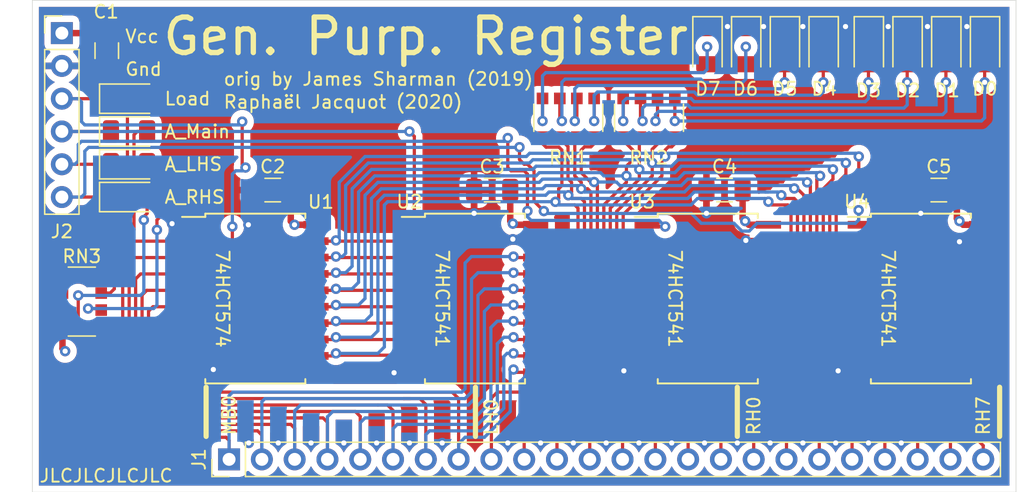
<source format=kicad_pcb>
(kicad_pcb (version 20200829) (generator pcbnew)
  (layers (0 "F.Cu" signal) (1 "VCC" power) (2 "GND" power) (31 "B.Cu" signal) (34 "B.Paste" user) (35 "F.Paste" user) (36 "B.SilkS" user) (37 "F.SilkS" user) (38 "B.Mask" user) (39 "F.Mask" user) (44 "Edge.Cuts" user))
  (net 0 "")
  (net 1 "VCC")
  (net 2 "GND")
  (net 3 "RHSBus7")
  (net 4 "RHSBus6")
  (net 5 "RHSBus5")
  (net 6 "RHSBus4")
  (net 7 "RHSBus3")
  (net 8 "RHSBus2")
  (net 9 "RHSBus1")
  (net 10 "RHSBus0")
  (net 11 "LHSBus7")
  (net 12 "LHSBus6")
  (net 13 "LHSBus5")
  (net 14 "LHSBus4")
  (net 15 "LHSBus3")
  (net 16 "LHSBus2")
  (net 17 "LHSBus1")
  (net 18 "LHSBus0")
  (net 19 "MainBus7")
  (net 20 "MainBus6")
  (net 21 "MainBus5")
  (net 22 "MainBus4")
  (net 23 "MainBus3")
  (net 24 "MainBus2")
  (net 25 "MainBus1")
  (net 26 "MainBus0")
  (net 27 "A_RHS")
  (net 28 "A_LHS")
  (net 29 "A_Main")
  (net 30 "Load")
  (net 31 "/Reg0")
  (net 32 "/Reg1")
  (net 33 "/Reg2")
  (net 34 "/Reg3")
  (net 35 "/Reg4")
  (net 36 "/Reg5")
  (net 37 "/Reg6")
  (net 38 "/Reg7")
  (net 39 "Net-(D0-Pad2)")
  (net 40 "Net-(D1-Pad2)")
  (net 41 "Net-(D2-Pad2)")
  (net 42 "Net-(D3-Pad2)")
  (net 43 "Net-(D4-Pad2)")
  (net 44 "Net-(D5-Pad2)")
  (net 45 "Net-(D6-Pad2)")
  (net 46 "Net-(D7-Pad2)")
  (net 47 "Net-(D8-Pad2)")
  (net 48 "Net-(D9-Pad2)")
  (net 49 "Net-(D10-Pad2)")
  (net 50 "Net-(D11-Pad2)")
  (module "Capacitor_SMD:C_1206_3216Metric" (layer "F.Cu") (at 99.746 92.8 90)
    (fp_text reference "C1" (at 3.011 -0.051) (layer "F.SilkS"))
    (fp_text value "C")
    (pad "1" smd roundrect (at -1.4 0 90) (size 1.25 1.75) (layers "F.Cu" "F.Paste" "F.Mask") (roundrect_rratio 0.2) (net 2 "GND"))
    (pad "2" smd roundrect (at 1.4 0 90) (size 1.25 1.75) (layers "F.Cu" "F.Paste" "F.Mask") (roundrect_rratio 0.2) (net 1 "VCC"))
  )
  (module "Capacitor_SMD:C_1206_3216Metric" (layer "F.Cu") (at 112.6 103.6)
    (fp_text reference "C2" (at 0 -1.82) (layer "F.SilkS"))
    (fp_text value "C")
    (pad "1" smd roundrect (at -1.4 0) (size 1.25 1.75) (layers "F.Cu" "F.Paste" "F.Mask") (roundrect_rratio 0.2) (net 2 "GND"))
    (pad "2" smd roundrect (at 1.4 0) (size 1.25 1.75) (layers "F.Cu" "F.Paste" "F.Mask") (roundrect_rratio 0.2) (net 1 "VCC"))
  )
  (module "Capacitor_SMD:C_1206_3216Metric" (layer "F.Cu") (at 129.6 103.6)
    (fp_text reference "C3" (at 0 -1.82) (layer "F.SilkS"))
    (fp_text value "C")
    (pad "1" smd roundrect (at -1.4 0) (size 1.25 1.75) (layers "F.Cu" "F.Paste" "F.Mask") (roundrect_rratio 0.2) (net 2 "GND"))
    (pad "2" smd roundrect (at 1.4 0) (size 1.25 1.75) (layers "F.Cu" "F.Paste" "F.Mask") (roundrect_rratio 0.2) (net 1 "VCC"))
  )
  (module "Capacitor_SMD:C_1206_3216Metric" (layer "F.Cu") (at 147.6 103.6)
    (fp_text reference "C4" (at 0 -1.82) (layer "F.SilkS"))
    (fp_text value "C")
    (pad "1" smd roundrect (at -1.4 0) (size 1.25 1.75) (layers "F.Cu" "F.Paste" "F.Mask") (roundrect_rratio 0.2) (net 2 "GND"))
    (pad "2" smd roundrect (at 1.4 0) (size 1.25 1.75) (layers "F.Cu" "F.Paste" "F.Mask") (roundrect_rratio 0.2) (net 1 "VCC"))
  )
  (module "Capacitor_SMD:C_1206_3216Metric" (layer "F.Cu") (at 164.2 103.6)
    (fp_text reference "C5" (at 0 -1.82) (layer "F.SilkS"))
    (fp_text value "C")
    (pad "1" smd roundrect (at -1.4 0) (size 1.25 1.75) (layers "F.Cu" "F.Paste" "F.Mask") (roundrect_rratio 0.2) (net 2 "GND"))
    (pad "2" smd roundrect (at 1.4 0) (size 1.25 1.75) (layers "F.Cu" "F.Paste" "F.Mask") (roundrect_rratio 0.2) (net 1 "VCC"))
  )
  (module "Connector_PinHeader_2.54mm:PinHeader_1x24_P2.54mm_Vertical" (layer "F.Cu") (at 109.22 124.46 90)
    (fp_text reference "J1" (at 0 -2.33 90) (layer "F.SilkS"))
    (fp_text value "Buses")
    (pad "1" thru_hole rect (at 0 0 90) (size 1.7 1.7) (drill 1) (layers *.Cu *.Mask) (net 26 "MainBus0"))
    (pad "2" thru_hole oval (at 0 2.54 90) (size 1.7 1.7) (drill 1) (layers *.Cu *.Mask) (net 25 "MainBus1"))
    (pad "3" thru_hole oval (at 0 5.08 90) (size 1.7 1.7) (drill 1) (layers *.Cu *.Mask) (net 24 "MainBus2"))
    (pad "4" thru_hole oval (at 0 7.62 90) (size 1.7 1.7) (drill 1) (layers *.Cu *.Mask) (net 23 "MainBus3"))
    (pad "5" thru_hole oval (at 0 10.16 90) (size 1.7 1.7) (drill 1) (layers *.Cu *.Mask) (net 22 "MainBus4"))
    (pad "6" thru_hole oval (at 0 12.7 90) (size 1.7 1.7) (drill 1) (layers *.Cu *.Mask) (net 21 "MainBus5"))
    (pad "7" thru_hole oval (at 0 15.24 90) (size 1.7 1.7) (drill 1) (layers *.Cu *.Mask) (net 20 "MainBus6"))
    (pad "8" thru_hole oval (at 0 17.78 90) (size 1.7 1.7) (drill 1) (layers *.Cu *.Mask) (net 19 "MainBus7"))
    (pad "9" thru_hole oval (at 0 20.32 90) (size 1.7 1.7) (drill 1) (layers *.Cu *.Mask) (net 18 "LHSBus0"))
    (pad "10" thru_hole oval (at 0 22.86 90) (size 1.7 1.7) (drill 1) (layers *.Cu *.Mask) (net 17 "LHSBus1"))
    (pad "11" thru_hole oval (at 0 25.4 90) (size 1.7 1.7) (drill 1) (layers *.Cu *.Mask) (net 16 "LHSBus2"))
    (pad "12" thru_hole oval (at 0 27.94 90) (size 1.7 1.7) (drill 1) (layers *.Cu *.Mask) (net 15 "LHSBus3"))
    (pad "13" thru_hole oval (at 0 30.48 90) (size 1.7 1.7) (drill 1) (layers *.Cu *.Mask) (net 14 "LHSBus4"))
    (pad "14" thru_hole oval (at 0 33.02 90) (size 1.7 1.7) (drill 1) (layers *.Cu *.Mask) (net 13 "LHSBus5"))
    (pad "15" thru_hole oval (at 0 35.56 90) (size 1.7 1.7) (drill 1) (layers *.Cu *.Mask) (net 12 "LHSBus6"))
    (pad "16" thru_hole oval (at 0 38.1 90) (size 1.7 1.7) (drill 1) (layers *.Cu *.Mask) (net 11 "LHSBus7"))
    (pad "17" thru_hole oval (at 0 40.64 90) (size 1.7 1.7) (drill 1) (layers *.Cu *.Mask) (net 10 "RHSBus0"))
    (pad "18" thru_hole oval (at 0 43.18 90) (size 1.7 1.7) (drill 1) (layers *.Cu *.Mask) (net 9 "RHSBus1"))
    (pad "19" thru_hole oval (at 0 45.72 90) (size 1.7 1.7) (drill 1) (layers *.Cu *.Mask) (net 8 "RHSBus2"))
    (pad "20" thru_hole oval (at 0 48.26 90) (size 1.7 1.7) (drill 1) (layers *.Cu *.Mask) (net 7 "RHSBus3"))
    (pad "21" thru_hole oval (at 0 50.8 90) (size 1.7 1.7) (drill 1) (layers *.Cu *.Mask) (net 6 "RHSBus4"))
    (pad "22" thru_hole oval (at 0 53.34 90) (size 1.7 1.7) (drill 1) (layers *.Cu *.Mask) (net 5 "RHSBus5"))
    (pad "23" thru_hole oval (at 0 55.88 90) (size 1.7 1.7) (drill 1) (layers *.Cu *.Mask) (net 4 "RHSBus6"))
    (pad "24" thru_hole oval (at 0 58.42 90) (size 1.7 1.7) (drill 1) (layers *.Cu *.Mask) (net 3 "RHSBus7"))
  )
  (module "Package_SO:SOIC-20W_7.5x12.8mm_P1.27mm" (layer "F.Cu") (at 128.27 112.002)
    (fp_text reference "U2" (at -5.08 -7.5) (layer "F.SilkS"))
    (fp_text value "74HCT541" (at -2.54 0.012 270 unlocked) (layer "F.SilkS"))
    (pad "1" smd rect (at -4.7 -5.715) (size 1.95 0.6) (layers "F.Cu" "F.Paste" "F.Mask") (net 29 "A_Main"))
    (pad "2" smd rect (at -4.7 -4.445) (size 1.95 0.6) (layers "F.Cu" "F.Paste" "F.Mask") (net 31 "/Reg0"))
    (pad "3" smd rect (at -4.7 -3.175) (size 1.95 0.6) (layers "F.Cu" "F.Paste" "F.Mask") (net 32 "/Reg1"))
    (pad "4" smd rect (at -4.7 -1.905) (size 1.95 0.6) (layers "F.Cu" "F.Paste" "F.Mask") (net 33 "/Reg2"))
    (pad "5" smd rect (at -4.7 -0.635) (size 1.95 0.6) (layers "F.Cu" "F.Paste" "F.Mask") (net 34 "/Reg3"))
    (pad "6" smd rect (at -4.7 0.635) (size 1.95 0.6) (layers "F.Cu" "F.Paste" "F.Mask") (net 35 "/Reg4"))
    (pad "7" smd rect (at -4.7 1.905) (size 1.95 0.6) (layers "F.Cu" "F.Paste" "F.Mask") (net 36 "/Reg5"))
    (pad "8" smd rect (at -4.7 3.175) (size 1.95 0.6) (layers "F.Cu" "F.Paste" "F.Mask") (net 37 "/Reg6"))
    (pad "9" smd rect (at -4.7 4.445) (size 1.95 0.6) (layers "F.Cu" "F.Paste" "F.Mask") (net 38 "/Reg7"))
    (pad "10" smd rect (at -4.7 5.715) (size 1.95 0.6) (layers "F.Cu" "F.Paste" "F.Mask") (net 2 "GND"))
    (pad "11" smd rect (at 4.7 5.715) (size 1.95 0.6) (layers "F.Cu" "F.Paste" "F.Mask") (net 19 "MainBus7"))
    (pad "12" smd rect (at 4.7 4.445) (size 1.95 0.6) (layers "F.Cu" "F.Paste" "F.Mask") (net 20 "MainBus6"))
    (pad "13" smd rect (at 4.7 3.175) (size 1.95 0.6) (layers "F.Cu" "F.Paste" "F.Mask") (net 21 "MainBus5"))
    (pad "14" smd rect (at 4.7 1.905) (size 1.95 0.6) (layers "F.Cu" "F.Paste" "F.Mask") (net 22 "MainBus4"))
    (pad "15" smd rect (at 4.7 0.635) (size 1.95 0.6) (layers "F.Cu" "F.Paste" "F.Mask") (net 23 "MainBus3"))
    (pad "16" smd rect (at 4.7 -0.635) (size 1.95 0.6) (layers "F.Cu" "F.Paste" "F.Mask") (net 24 "MainBus2"))
    (pad "17" smd rect (at 4.7 -1.905) (size 1.95 0.6) (layers "F.Cu" "F.Paste" "F.Mask") (net 25 "MainBus1"))
    (pad "18" smd rect (at 4.7 -3.175) (size 1.95 0.6) (layers "F.Cu" "F.Paste" "F.Mask") (net 26 "MainBus0"))
    (pad "19" smd rect (at 4.7 -4.445) (size 1.95 0.6) (layers "F.Cu" "F.Paste" "F.Mask") (net 2 "GND"))
    (pad "20" smd rect (at 4.7 -5.715) (size 1.95 0.6) (layers "F.Cu" "F.Paste" "F.Mask") (net 1 "VCC"))
  )
  (module "Package_SO:SOIC-20W_7.5x12.8mm_P1.27mm" (layer "F.Cu") (at 146.304 112.002)
    (fp_text reference "U3" (at -5.08 -7.5) (layer "F.SilkS"))
    (fp_text value "74HCT541" (at -2.54 0.012 270 unlocked) (layer "F.SilkS"))
    (pad "1" smd rect (at -4.7 -5.715) (size 1.95 0.6) (layers "F.Cu" "F.Paste" "F.Mask") (net 28 "A_LHS"))
    (pad "2" smd rect (at -4.7 -4.445) (size 1.95 0.6) (layers "F.Cu" "F.Paste" "F.Mask") (net 31 "/Reg0"))
    (pad "3" smd rect (at -4.7 -3.175) (size 1.95 0.6) (layers "F.Cu" "F.Paste" "F.Mask") (net 32 "/Reg1"))
    (pad "4" smd rect (at -4.7 -1.905) (size 1.95 0.6) (layers "F.Cu" "F.Paste" "F.Mask") (net 33 "/Reg2"))
    (pad "5" smd rect (at -4.7 -0.635) (size 1.95 0.6) (layers "F.Cu" "F.Paste" "F.Mask") (net 34 "/Reg3"))
    (pad "6" smd rect (at -4.7 0.635) (size 1.95 0.6) (layers "F.Cu" "F.Paste" "F.Mask") (net 35 "/Reg4"))
    (pad "7" smd rect (at -4.7 1.905) (size 1.95 0.6) (layers "F.Cu" "F.Paste" "F.Mask") (net 36 "/Reg5"))
    (pad "8" smd rect (at -4.7 3.175) (size 1.95 0.6) (layers "F.Cu" "F.Paste" "F.Mask") (net 37 "/Reg6"))
    (pad "9" smd rect (at -4.7 4.445) (size 1.95 0.6) (layers "F.Cu" "F.Paste" "F.Mask") (net 38 "/Reg7"))
    (pad "10" smd rect (at -4.7 5.715) (size 1.95 0.6) (layers "F.Cu" "F.Paste" "F.Mask") (net 2 "GND"))
    (pad "11" smd rect (at 4.7 5.715) (size 1.95 0.6) (layers "F.Cu" "F.Paste" "F.Mask") (net 11 "LHSBus7"))
    (pad "12" smd rect (at 4.7 4.445) (size 1.95 0.6) (layers "F.Cu" "F.Paste" "F.Mask") (net 12 "LHSBus6"))
    (pad "13" smd rect (at 4.7 3.175) (size 1.95 0.6) (layers "F.Cu" "F.Paste" "F.Mask") (net 13 "LHSBus5"))
    (pad "14" smd rect (at 4.7 1.905) (size 1.95 0.6) (layers "F.Cu" "F.Paste" "F.Mask") (net 14 "LHSBus4"))
    (pad "15" smd rect (at 4.7 0.635) (size 1.95 0.6) (layers "F.Cu" "F.Paste" "F.Mask") (net 15 "LHSBus3"))
    (pad "16" smd rect (at 4.7 -0.635) (size 1.95 0.6) (layers "F.Cu" "F.Paste" "F.Mask") (net 16 "LHSBus2"))
    (pad "17" smd rect (at 4.7 -1.905) (size 1.95 0.6) (layers "F.Cu" "F.Paste" "F.Mask") (net 17 "LHSBus1"))
    (pad "18" smd rect (at 4.7 -3.175) (size 1.95 0.6) (layers "F.Cu" "F.Paste" "F.Mask") (net 18 "LHSBus0"))
    (pad "19" smd rect (at 4.7 -4.445) (size 1.95 0.6) (layers "F.Cu" "F.Paste" "F.Mask") (net 2 "GND"))
    (pad "20" smd rect (at 4.7 -5.715) (size 1.95 0.6) (layers "F.Cu" "F.Paste" "F.Mask") (net 1 "VCC"))
  )
  (module "Package_SO:SOIC-20W_7.5x12.8mm_P1.27mm" (layer "F.Cu") (at 162.814 112.002)
    (fp_text reference "U4" (at -4.953 -7.5) (layer "F.SilkS"))
    (fp_text value "74HCT541" (at -2.54 0.012 270 unlocked) (layer "F.SilkS"))
    (pad "1" smd rect (at -4.7 -5.715) (size 1.95 0.6) (layers "F.Cu" "F.Paste" "F.Mask") (net 27 "A_RHS"))
    (pad "2" smd rect (at -4.7 -4.445) (size 1.95 0.6) (layers "F.Cu" "F.Paste" "F.Mask") (net 31 "/Reg0"))
    (pad "3" smd rect (at -4.7 -3.175) (size 1.95 0.6) (layers "F.Cu" "F.Paste" "F.Mask") (net 32 "/Reg1"))
    (pad "4" smd rect (at -4.7 -1.905) (size 1.95 0.6) (layers "F.Cu" "F.Paste" "F.Mask") (net 33 "/Reg2"))
    (pad "5" smd rect (at -4.7 -0.635) (size 1.95 0.6) (layers "F.Cu" "F.Paste" "F.Mask") (net 34 "/Reg3"))
    (pad "6" smd rect (at -4.7 0.635) (size 1.95 0.6) (layers "F.Cu" "F.Paste" "F.Mask") (net 35 "/Reg4"))
    (pad "7" smd rect (at -4.7 1.905) (size 1.95 0.6) (layers "F.Cu" "F.Paste" "F.Mask") (net 36 "/Reg5"))
    (pad "8" smd rect (at -4.7 3.175) (size 1.95 0.6) (layers "F.Cu" "F.Paste" "F.Mask") (net 37 "/Reg6"))
    (pad "9" smd rect (at -4.7 4.445) (size 1.95 0.6) (layers "F.Cu" "F.Paste" "F.Mask") (net 38 "/Reg7"))
    (pad "10" smd rect (at -4.7 5.715) (size 1.95 0.6) (layers "F.Cu" "F.Paste" "F.Mask") (net 2 "GND"))
    (pad "11" smd rect (at 4.7 5.715) (size 1.95 0.6) (layers "F.Cu" "F.Paste" "F.Mask") (net 3 "RHSBus7"))
    (pad "12" smd rect (at 4.7 4.445) (size 1.95 0.6) (layers "F.Cu" "F.Paste" "F.Mask") (net 4 "RHSBus6"))
    (pad "13" smd rect (at 4.7 3.175) (size 1.95 0.6) (layers "F.Cu" "F.Paste" "F.Mask") (net 5 "RHSBus5"))
    (pad "14" smd rect (at 4.7 1.905) (size 1.95 0.6) (layers "F.Cu" "F.Paste" "F.Mask") (net 6 "RHSBus4"))
    (pad "15" smd rect (at 4.7 0.635) (size 1.95 0.6) (layers "F.Cu" "F.Paste" "F.Mask") (net 7 "RHSBus3"))
    (pad "16" smd rect (at 4.7 -0.635) (size 1.95 0.6) (layers "F.Cu" "F.Paste" "F.Mask") (net 8 "RHSBus2"))
    (pad "17" smd rect (at 4.7 -1.905) (size 1.95 0.6) (layers "F.Cu" "F.Paste" "F.Mask") (net 9 "RHSBus1"))
    (pad "18" smd rect (at 4.7 -3.175) (size 1.95 0.6) (layers "F.Cu" "F.Paste" "F.Mask") (net 10 "RHSBus0"))
    (pad "19" smd rect (at 4.7 -4.445) (size 1.95 0.6) (layers "F.Cu" "F.Paste" "F.Mask") (net 2 "GND"))
    (pad "20" smd rect (at 4.7 -5.715) (size 1.95 0.6) (layers "F.Cu" "F.Paste" "F.Mask") (net 1 "VCC"))
  )
  (module "Connector_PinHeader_2.54mm:PinHeader_1x06_P2.54mm_Vertical" (layer "F.Cu") (at 96.266 91.44)
    (fp_text reference "J2" (at 0 15.367) (layer "F.SilkS"))
    (fp_text value "Pwr&Control")
    (pad "1" thru_hole rect (at 0 0) (size 1.7 1.7) (drill 1) (layers *.Cu *.Mask) (net 1 "VCC"))
    (pad "2" thru_hole oval (at 0 2.54) (size 1.7 1.7) (drill 1) (layers *.Cu *.Mask) (net 2 "GND"))
    (pad "3" thru_hole oval (at 0 5.08) (size 1.7 1.7) (drill 1) (layers *.Cu *.Mask) (net 30 "Load"))
    (pad "4" thru_hole oval (at 0 7.62) (size 1.7 1.7) (drill 1) (layers *.Cu *.Mask) (net 29 "A_Main"))
    (pad "5" thru_hole oval (at 0 10.16) (size 1.7 1.7) (drill 1) (layers *.Cu *.Mask) (net 28 "A_LHS"))
    (pad "6" thru_hole oval (at 0 12.7) (size 1.7 1.7) (drill 1) (layers *.Cu *.Mask) (net 27 "A_RHS"))
  )
  (module "Resistor_SMD:R_Array_Convex_4x1206" (layer "F.Cu") (at 135.5 98 90)
    (fp_text reference "RN1" (at -3.092 0.009 180) (layer "F.SilkS"))
    (fp_text value "R_Pack04")
    (pad "1" smd rect (at -1.5 -2 90) (size 0.9 0.9) (layers "F.Cu" "F.Paste" "F.Mask") (net 38 "/Reg7"))
    (pad "2" smd rect (at -1.5 -0.66 90) (size 0.9 0.9) (layers "F.Cu" "F.Paste" "F.Mask") (net 37 "/Reg6"))
    (pad "3" smd rect (at -1.5 0.66 90) (size 0.9 0.9) (layers "F.Cu" "F.Paste" "F.Mask") (net 36 "/Reg5"))
    (pad "4" smd rect (at -1.5 2 90) (size 0.9 0.9) (layers "F.Cu" "F.Paste" "F.Mask") (net 35 "/Reg4"))
    (pad "5" smd rect (at 1.5 2 90) (size 0.9 0.9) (layers "F.Cu" "F.Paste" "F.Mask") (net 43 "Net-(D4-Pad2)"))
    (pad "6" smd rect (at 1.5 0.66 90) (size 0.9 0.9) (layers "F.Cu" "F.Paste" "F.Mask") (net 44 "Net-(D5-Pad2)"))
    (pad "7" smd rect (at 1.5 -0.66 90) (size 0.9 0.9) (layers "F.Cu" "F.Paste" "F.Mask") (net 45 "Net-(D6-Pad2)"))
    (pad "8" smd rect (at 1.5 -2 90) (size 0.9 0.9) (layers "F.Cu" "F.Paste" "F.Mask") (net 46 "Net-(D7-Pad2)"))
  )
  (module "Resistor_SMD:R_Array_Convex_4x1206" (layer "F.Cu") (at 141.75 98 90)
    (fp_text reference "RN2" (at -3.092 -0.018 180) (layer "F.SilkS"))
    (fp_text value "R_Pack04")
    (pad "1" smd rect (at -1.5 -2 90) (size 0.9 0.9) (layers "F.Cu" "F.Paste" "F.Mask") (net 34 "/Reg3"))
    (pad "2" smd rect (at -1.5 -0.66 90) (size 0.9 0.9) (layers "F.Cu" "F.Paste" "F.Mask") (net 33 "/Reg2"))
    (pad "3" smd rect (at -1.5 0.66 90) (size 0.9 0.9) (layers "F.Cu" "F.Paste" "F.Mask") (net 32 "/Reg1"))
    (pad "4" smd rect (at -1.5 2 90) (size 0.9 0.9) (layers "F.Cu" "F.Paste" "F.Mask") (net 31 "/Reg0"))
    (pad "5" smd rect (at 1.5 2 90) (size 0.9 0.9) (layers "F.Cu" "F.Paste" "F.Mask") (net 39 "Net-(D0-Pad2)"))
    (pad "6" smd rect (at 1.5 0.66 90) (size 0.9 0.9) (layers "F.Cu" "F.Paste" "F.Mask") (net 40 "Net-(D1-Pad2)"))
    (pad "7" smd rect (at 1.5 -0.66 90) (size 0.9 0.9) (layers "F.Cu" "F.Paste" "F.Mask") (net 41 "Net-(D2-Pad2)"))
    (pad "8" smd rect (at 1.5 -2 90) (size 0.9 0.9) (layers "F.Cu" "F.Paste" "F.Mask") (net 42 "Net-(D3-Pad2)"))
  )
  (module "Package_SO:SOIC-20W_7.5x12.8mm_P1.27mm" (layer "F.Cu") (at 111.252 112.002)
    (fp_text reference "U1" (at 5.08 -7.481) (layer "F.SilkS"))
    (fp_text value "74HCT574" (at -2.54 0.012 270 unlocked) (layer "F.SilkS"))
    (pad "1" smd rect (at -4.7 -5.715) (size 1.95 0.6) (layers "F.Cu" "F.Paste" "F.Mask") (net 2 "GND"))
    (pad "2" smd rect (at -4.7 -4.445) (size 1.95 0.6) (layers "F.Cu" "F.Paste" "F.Mask") (net 26 "MainBus0"))
    (pad "3" smd rect (at -4.7 -3.175) (size 1.95 0.6) (layers "F.Cu" "F.Paste" "F.Mask") (net 25 "MainBus1"))
    (pad "4" smd rect (at -4.7 -1.905) (size 1.95 0.6) (layers "F.Cu" "F.Paste" "F.Mask") (net 24 "MainBus2"))
    (pad "5" smd rect (at -4.7 -0.635) (size 1.95 0.6) (layers "F.Cu" "F.Paste" "F.Mask") (net 23 "MainBus3"))
    (pad "6" smd rect (at -4.7 0.635) (size 1.95 0.6) (layers "F.Cu" "F.Paste" "F.Mask") (net 22 "MainBus4"))
    (pad "7" smd rect (at -4.7 1.905) (size 1.95 0.6) (layers "F.Cu" "F.Paste" "F.Mask") (net 21 "MainBus5"))
    (pad "8" smd rect (at -4.7 3.175) (size 1.95 0.6) (layers "F.Cu" "F.Paste" "F.Mask") (net 20 "MainBus6"))
    (pad "9" smd rect (at -4.7 4.445) (size 1.95 0.6) (layers "F.Cu" "F.Paste" "F.Mask") (net 19 "MainBus7"))
    (pad "10" smd rect (at -4.7 5.715) (size 1.95 0.6) (layers "F.Cu" "F.Paste" "F.Mask") (net 2 "GND"))
    (pad "11" smd rect (at 4.7 5.715) (size 1.95 0.6) (layers "F.Cu" "F.Paste" "F.Mask") (net 30 "Load"))
    (pad "12" smd rect (at 4.7 4.445) (size 1.95 0.6) (layers "F.Cu" "F.Paste" "F.Mask") (net 38 "/Reg7"))
    (pad "13" smd rect (at 4.7 3.175) (size 1.95 0.6) (layers "F.Cu" "F.Paste" "F.Mask") (net 37 "/Reg6"))
    (pad "14" smd rect (at 4.7 1.905) (size 1.95 0.6) (layers "F.Cu" "F.Paste" "F.Mask") (net 36 "/Reg5"))
    (pad "15" smd rect (at 4.7 0.635) (size 1.95 0.6) (layers "F.Cu" "F.Paste" "F.Mask") (net 35 "/Reg4"))
    (pad "16" smd rect (at 4.7 -0.635) (size 1.95 0.6) (layers "F.Cu" "F.Paste" "F.Mask") (net 34 "/Reg3"))
    (pad "17" smd rect (at 4.7 -1.905) (size 1.95 0.6) (layers "F.Cu" "F.Paste" "F.Mask") (net 33 "/Reg2"))
    (pad "18" smd rect (at 4.7 -3.175) (size 1.95 0.6) (layers "F.Cu" "F.Paste" "F.Mask") (net 32 "/Reg1"))
    (pad "19" smd rect (at 4.7 -4.445) (size 1.95 0.6) (layers "F.Cu" "F.Paste" "F.Mask") (net 31 "/Reg0"))
    (pad "20" smd rect (at 4.7 -5.715) (size 1.95 0.6) (layers "F.Cu" "F.Paste" "F.Mask") (net 1 "VCC"))
  )
  (module "LED_SMD:LED_1206_3216Metric" (layer "F.Cu") (at 167.7794 92.4508 -90)
    (fp_text reference "D0" (at 3.3072 0.0124 180) (layer "F.SilkS"))
    (fp_text value "D0")
    (pad "1" smd roundrect (at -1.4 0 270) (size 1.25 1.75) (layers "F.Cu" "F.Paste" "F.Mask") (roundrect_rratio 0.2) (net 2 "GND"))
    (pad "2" smd roundrect (at 1.4 0 270) (size 1.25 1.75) (layers "F.Cu" "F.Paste" "F.Mask") (roundrect_rratio 0.2) (net 39 "Net-(D0-Pad2)"))
  )
  (module "LED_SMD:LED_1206_3216Metric" (layer "F.Cu") (at 164.7794 92.4508 -90)
    (fp_text reference "D1" (at 3.4342 -0.0666 180) (layer "F.SilkS"))
    (fp_text value "D1")
    (pad "1" smd roundrect (at -1.4 0 270) (size 1.25 1.75) (layers "F.Cu" "F.Paste" "F.Mask") (roundrect_rratio 0.2) (net 2 "GND"))
    (pad "2" smd roundrect (at 1.4 0 270) (size 1.25 1.75) (layers "F.Cu" "F.Paste" "F.Mask") (roundrect_rratio 0.2) (net 40 "Net-(D1-Pad2)"))
  )
  (module "LED_SMD:LED_1206_3216Metric" (layer "F.Cu") (at 161.7794 92.4508 -90)
    (fp_text reference "D2" (at 3.4342 -0.0186 180) (layer "F.SilkS"))
    (fp_text value "D2")
    (pad "1" smd roundrect (at -1.4 0 270) (size 1.25 1.75) (layers "F.Cu" "F.Paste" "F.Mask") (roundrect_rratio 0.2) (net 2 "GND"))
    (pad "2" smd roundrect (at 1.4 0 270) (size 1.25 1.75) (layers "F.Cu" "F.Paste" "F.Mask") (roundrect_rratio 0.2) (net 41 "Net-(D2-Pad2)"))
  )
  (module "LED_SMD:LED_1206_3216Metric" (layer "F.Cu") (at 158.7794 92.4508 -90)
    (fp_text reference "D3" (at 3.4342 0.0294 180) (layer "F.SilkS"))
    (fp_text value "D3")
    (pad "1" smd roundrect (at -1.4 0 270) (size 1.25 1.75) (layers "F.Cu" "F.Paste" "F.Mask") (roundrect_rratio 0.2) (net 2 "GND"))
    (pad "2" smd roundrect (at 1.4 0 270) (size 1.25 1.75) (layers "F.Cu" "F.Paste" "F.Mask") (roundrect_rratio 0.2) (net 42 "Net-(D3-Pad2)"))
  )
  (module "LED_SMD:LED_1206_3216Metric" (layer "F.Cu") (at 155.2794 92.4508 -90)
    (fp_text reference "D4" (at 3.3072 -0.0416 180) (layer "F.SilkS"))
    (fp_text value "D4")
    (pad "1" smd roundrect (at -1.4 0 270) (size 1.25 1.75) (layers "F.Cu" "F.Paste" "F.Mask") (roundrect_rratio 0.2) (net 2 "GND"))
    (pad "2" smd roundrect (at 1.4 0 270) (size 1.25 1.75) (layers "F.Cu" "F.Paste" "F.Mask") (roundrect_rratio 0.2) (net 43 "Net-(D4-Pad2)"))
  )
  (module "LED_SMD:LED_1206_3216Metric" (layer "F.Cu") (at 152.2794 92.4508 -90)
    (fp_text reference "D5" (at 3.3072 0.0064 180) (layer "F.SilkS"))
    (fp_text value "D5")
    (pad "1" smd roundrect (at -1.4 0 270) (size 1.25 1.75) (layers "F.Cu" "F.Paste" "F.Mask") (roundrect_rratio 0.2) (net 2 "GND"))
    (pad "2" smd roundrect (at 1.4 0 270) (size 1.25 1.75) (layers "F.Cu" "F.Paste" "F.Mask") (roundrect_rratio 0.2) (net 44 "Net-(D5-Pad2)"))
  )
  (module "LED_SMD:LED_1206_3216Metric" (layer "F.Cu") (at 149.2794 92.4508 -90)
    (fp_text reference "D6" (at 3.3072 0.0544 180) (layer "F.SilkS"))
    (fp_text value "D6")
    (pad "1" smd roundrect (at -1.4 0 270) (size 1.25 1.75) (layers "F.Cu" "F.Paste" "F.Mask") (roundrect_rratio 0.2) (net 2 "GND"))
    (pad "2" smd roundrect (at 1.4 0 270) (size 1.25 1.75) (layers "F.Cu" "F.Paste" "F.Mask") (roundrect_rratio 0.2) (net 45 "Net-(D6-Pad2)"))
  )
  (module "LED_SMD:LED_1206_3216Metric" (layer "F.Cu") (at 146.2794 92.4508 -90)
    (fp_text reference "D7" (at 3.3072 -0.0246 180) (layer "F.SilkS"))
    (fp_text value "D7")
    (pad "1" smd roundrect (at -1.4 0 270) (size 1.25 1.75) (layers "F.Cu" "F.Paste" "F.Mask") (roundrect_rratio 0.2) (net 2 "GND"))
    (pad "2" smd roundrect (at 1.4 0 270) (size 1.25 1.75) (layers "F.Cu" "F.Paste" "F.Mask") (roundrect_rratio 0.2) (net 46 "Net-(D7-Pad2)"))
  )
  (module "LED_SMD:LED_1206_3216Metric" (layer "F.Cu") (at 101.47 96.52)
    (fp_text reference "D8")
    (fp_text value "Load" (at 2.67 0) (layer "F.SilkS") (effects (justify left)))
    (pad "1" smd roundrect (at -1.4 0) (size 1.25 1.75) (layers "F.Cu" "F.Paste" "F.Mask") (roundrect_rratio 0.2) (net 30 "Load"))
    (pad "2" smd roundrect (at 1.4 0) (size 1.25 1.75) (layers "F.Cu" "F.Paste" "F.Mask") (roundrect_rratio 0.2) (net 47 "Net-(D8-Pad2)"))
  )
  (module "LED_SMD:LED_1206_3216Metric" (layer "F.Cu") (at 101.47 99.06)
    (fp_text reference "D9")
    (fp_text value "A_Main" (at 2.67 0) (layer "F.SilkS") (effects (justify left)))
    (pad "1" smd roundrect (at -1.4 0) (size 1.25 1.75) (layers "F.Cu" "F.Paste" "F.Mask") (roundrect_rratio 0.2) (net 29 "A_Main"))
    (pad "2" smd roundrect (at 1.4 0) (size 1.25 1.75) (layers "F.Cu" "F.Paste" "F.Mask") (roundrect_rratio 0.2) (net 48 "Net-(D9-Pad2)"))
  )
  (module "LED_SMD:LED_1206_3216Metric" (layer "F.Cu") (at 101.47 101.6)
    (fp_text reference "D10")
    (fp_text value "A_LHS" (at 2.67 0) (layer "F.SilkS") (effects (justify left)))
    (pad "1" smd roundrect (at -1.4 0) (size 1.25 1.75) (layers "F.Cu" "F.Paste" "F.Mask") (roundrect_rratio 0.2) (net 28 "A_LHS"))
    (pad "2" smd roundrect (at 1.4 0) (size 1.25 1.75) (layers "F.Cu" "F.Paste" "F.Mask") (roundrect_rratio 0.2) (net 49 "Net-(D10-Pad2)"))
  )
  (module "LED_SMD:LED_1206_3216Metric" (layer "F.Cu") (at 101.47 104.14)
    (fp_text reference "D11")
    (fp_text value "A_RHS" (at 2.67 0) (layer "F.SilkS") (effects (justify left)))
    (pad "1" smd roundrect (at -1.4 0) (size 1.25 1.75) (layers "F.Cu" "F.Paste" "F.Mask") (roundrect_rratio 0.2) (net 27 "A_RHS"))
    (pad "2" smd roundrect (at 1.4 0) (size 1.25 1.75) (layers "F.Cu" "F.Paste" "F.Mask") (roundrect_rratio 0.2) (net 50 "Net-(D11-Pad2)"))
  )
  (module "Resistor_SMD:R_Array_Convex_4x1206" (layer "F.Cu") (at 97.814 112.236)
    (fp_text reference "RN3" (at 0 -3.5) (layer "F.SilkS"))
    (fp_text value "R_Pack04")
    (pad "1" smd rect (at -1.5 -2) (size 0.9 0.9) (layers "F.Cu" "F.Paste" "F.Mask") (net 1 "VCC"))
    (pad "2" smd rect (at -1.5 -0.66) (size 0.9 0.9) (layers "F.Cu" "F.Paste" "F.Mask") (net 1 "VCC"))
    (pad "3" smd rect (at -1.5 0.66) (size 0.9 0.9) (layers "F.Cu" "F.Paste" "F.Mask") (net 1 "VCC"))
    (pad "4" smd rect (at -1.5 2) (size 0.9 0.9) (layers "F.Cu" "F.Paste" "F.Mask") (net 1 "VCC"))
    (pad "5" smd rect (at 1.5 2) (size 0.9 0.9) (layers "F.Cu" "F.Paste" "F.Mask") (net 50 "Net-(D11-Pad2)"))
    (pad "6" smd rect (at 1.5 0.66) (size 0.9 0.9) (layers "F.Cu" "F.Paste" "F.Mask") (net 49 "Net-(D10-Pad2)"))
    (pad "7" smd rect (at 1.5 -0.66) (size 0.9 0.9) (layers "F.Cu" "F.Paste" "F.Mask") (net 48 "Net-(D9-Pad2)"))
    (pad "8" smd rect (at 1.5 -2) (size 0.9 0.9) (layers "F.Cu" "F.Paste" "F.Mask") (net 47 "Net-(D8-Pad2)"))
  )
  (gr_line (start 128.306401 122.682) (end 128.306401 118.872) (layer "F.SilkS") (width 0.4))
  (gr_line (start 107.442 122.682) (end 107.442 118.872) (layer "F.SilkS") (width 0.4))
  (gr_line (start 148.59 122.682) (end 148.59 118.872) (layer "F.SilkS") (width 0.4))
  (gr_line (start 168.91 122.682) (end 168.91 118.872) (layer "F.SilkS") (width 0.4))
  (gr_line (start 170.18 88.9) (end 170.18 127) (layer "Edge.Cuts") (width 0.05))
  (gr_line (start 93.98 127) (end 170.18 127) (layer "Edge.Cuts") (width 0.05))
  (gr_line (start 93.98 88.9) (end 170.18 88.9) (layer "Edge.Cuts") (width 0.05))
  (gr_line (start 93.98 88.9) (end 93.98 127) (layer "Edge.Cuts") (width 0.05))
  (gr_text "LH0" (at 129.54 122.682 90) (layer "F.SilkS") (effects (font (size 1 1)) (justify left)))
  (gr_text "RH0" (at 149.86 122.682 90) (layer "F.SilkS") (effects (font (size 1 1)) (justify left)))
  (gr_text "RH7" (at 167.64 122.682 90) (layer "F.SilkS") (effects (font (size 1 1)) (justify left)))
  (gr_text "Gen. Purp. Register" (at 103.886 91.694) (layer "F.SilkS") (effects (font (size 2.75 2.75) (thickness 0.4125)) (justify left)))
  (gr_text "Gnd" (at 101.092 94.234) (layer "F.SilkS") (effects (font (size 1 1)) (justify left)))
  (gr_text "orig by James Sharman (2019)" (at 108.712 94.996) (layer "F.SilkS") (effects (font (size 1 1)) (justify left)))
  (gr_text "JLCJLCJLCJLC" (at 99.695 125.73) (layer "F.SilkS") (effects (font (size 1 1))))
  (gr_text "MB0" (at 109.22 122.682 90) (layer "F.SilkS") (effects (font (size 1 1)) (justify left)))
  (gr_text "Raphaël Jacquot (2020)" (at 108.712 96.774) (layer "F.SilkS") (effects (font (size 1 1)) (justify left)))
  (gr_text "Vcc" (at 101.092 91.694) (layer "F.SilkS") (effects (font (size 1 1)) (justify left)))
  (segment (start 114.287 106.287) (end 114.287 106.287) (width 0.5) (layer "F.Cu") (net 1))
  (segment (start 167.514 106.287) (end 166.087 106.287) (width 0.5) (layer "F.Cu") (net 1))
  (segment (start 96.314 110.236) (end 96.314 113.49) (width 0.5) (layer "F.Cu") (net 1))
  (segment (start 96.266 113.538) (end 96.314 113.49) (width 0.5) (layer "F.Cu") (net 1))
  (segment (start 115.952 106.287) (end 114.287 106.287) (width 0.5) (layer "F.Cu") (net 1))
  (segment (start 131 103.6) (end 131 106) (width 0.5) (layer "F.Cu") (net 1))
  (segment (start 165.6 105.8) (end 165.8 106) (width 0.5) (layer "F.Cu") (net 1))
  (segment (start 166.087 106.287) (end 165.8 106) (width 0.5) (layer "F.Cu") (net 1))
  (segment (start 96.314 113.49) (end 96.314 114.236) (width 0.5) (layer "F.Cu") (net 1))
  (segment (start 96.266 91.44) (end 99.96 91.44) (width 0.5) (layer "F.Cu") (net 1))
  (segment (start 99.706 91.44) (end 99.746 91.4) (width 0.5) (layer "F.Cu") (net 1))
  (segment (start 149.487 106.287) (end 149.2 106) (width 0.5) (layer "F.Cu") (net 1))
  (segment (start 131 106) (end 131.2 106.2) (width 0.5) (layer "F.Cu") (net 1))
  (segment (start 96.314 115.872) (end 96.52 116.078) (width 0.5) (layer "F.Cu") (net 1))
  (segment (start 132.97 106.287) (end 131.287 106.287) (width 0.5) (layer "F.Cu") (net 1))
  (segment (start 114 106) (end 114 103.6) (width 0.5) (layer "F.Cu") (net 1))
  (segment (start 151.004 106.287) (end 149.487 106.287) (width 0.5) (layer "F.Cu") (net 1))
  (segment (start 96.314 110.236) (end 96.266 110.236) (width 0.5) (layer "F.Cu") (net 1))
  (segment (start 149 105.8) (end 149.2 106) (width 0.5) (layer "F.Cu") (net 1))
  (segment (start 165.6 103.6) (end 165.6 105.8) (width 0.5) (layer "F.Cu") (net 1))
  (segment (start 149 103.6) (end 149 105.8) (width 0.5) (layer "F.Cu") (net 1))
  (segment (start 96.314 114.236) (end 96.314 115.872) (width 0.5) (layer "F.Cu") (net 1))
  (segment (start 131.287 106.287) (end 131.2 106.2) (width 0.5) (layer "F.Cu") (net 1))
  (segment (start 114.287 106.287) (end 114 106) (width 0.5) (layer "F.Cu") (net 1))
  (via (at 114.287 106.287) (size 0.8) (drill 0.4) (layers "F.Cu" "B.Cu") (net 1))
  (via (at 96.52 116.078) (size 0.8) (drill 0.4) (layers "F.Cu" "B.Cu") (net 1))
  (via (at 149.2 106) (size 0.8) (drill 0.4) (layers "F.Cu" "B.Cu") (net 1))
  (via (at 131.2 106.2) (size 0.8) (drill 0.4) (layers "F.Cu" "B.Cu") (net 1))
  (via (at 165.8 106) (size 0.8) (drill 0.4) (layers "F.Cu" "B.Cu") (net 1))
  (segment (start 139.917 117.717) (end 139.8 117.6) (width 0.5) (layer "F.Cu") (net 2))
  (segment (start 150.5032 91.0508) (end 150.622 90.932) (width 0.5) (layer "F.Cu") (net 2))
  (segment (start 141.604 117.717) (end 139.917 117.717) (width 0.5) (layer "F.Cu") (net 2))
  (segment (start 160.3928 91.0508) (end 160.274 90.932) (width 0.5) (layer "F.Cu") (net 2))
  (segment (start 155.2794 91.0508) (end 156.8532 91.0508) (width 0.5) (layer "F.Cu") (net 2))
  (segment (start 146.2794 91.0508) (end 147.7092 91.0508) (width 0.5) (layer "F.Cu") (net 2))
  (segment (start 106.552 106.287) (end 104.887 106.287) (width 0.5) (layer "F.Cu") (net 2))
  (segment (start 149.2794 91.0508) (end 147.9468 91.0508) (width 0.5) (layer "F.Cu") (net 2))
  (segment (start 147.7092 91.0508) (end 147.828 90.932) (width 0.5) (layer "F.Cu") (net 2))
  (segment (start 155.2794 91.0508) (end 153.7888 91.0508) (width 0.5) (layer "F.Cu") (net 2))
  (segment (start 165.843 107.557) (end 165.8 107.6) (width 0.5) (layer "F.Cu") (net 2))
  (segment (start 111.2 105.8) (end 110.713 106.287) (width 0.5) (layer "F.Cu") (net 2))
  (segment (start 161.7794 91.0508) (end 163.2032 91.0508) (width 0.5) (layer "F.Cu") (net 2))
  (segment (start 161.7794 91.0508) (end 160.3928 91.0508) (width 0.5) (layer "F.Cu") (net 2))
  (segment (start 110.713 106.287) (end 110.713 106.287) (width 0.5) (layer "F.Cu") (net 2))
  (segment (start 164.7794 91.0508) (end 163.4408 91.0508) (width 0.5) (layer "F.Cu") (net 2))
  (segment (start 99.526 93.98) (end 99.746 94.2) (width 0.5) (layer "F.Cu") (net 2))
  (segment (start 153.7888 91.0508) (end 153.67 90.932) (width 0.5) (layer "F.Cu") (net 2))
  (segment (start 163.4408 91.0508) (end 163.322 90.932) (width 0.5) (layer "F.Cu") (net 2))
  (segment (start 122.033 117.717) (end 122 117.75) (width 0.5) (layer "F.Cu") (net 2))
  (segment (start 111.2 103.6) (end 111.2 105.8) (width 0.5) (layer "F.Cu") (net 2))
  (segment (start 158.114 117.717) (end 156.517 117.717) (width 0.5) (layer "F.Cu") (net 2))
  (segment (start 104.887 106.287) (end 104.8 106.2) (width 0.5) (layer "F.Cu") (net 2))
  (segment (start 132.97 107.557) (end 131.357 107.557) (width 0.5) (layer "F.Cu") (net 2))
  (segment (start 147.9468 91.0508) (end 147.828 90.932) (width 0.5) (layer "F.Cu") (net 2))
  (segment (start 151.004 107.557) (end 149.307 107.557) (width 0.5) (layer "F.Cu") (net 2))
  (segment (start 153.5512 91.0508) (end 153.67 90.932) (width 0.5) (layer "F.Cu") (net 2))
  (segment (start 149.2794 91.0508) (end 150.5032 91.0508) (width 0.5) (layer "F.Cu") (net 2))
  (segment (start 164.7794 91.0508) (end 166.2512 91.0508) (width 0.5) (layer "F.Cu") (net 2))
  (segment (start 167.7794 91.0508) (end 166.4888 91.0508) (width 0.5) (layer "F.Cu") (net 2))
  (segment (start 166.2512 91.0508) (end 166.37 90.932) (width 0.5) (layer "F.Cu") (net 2))
  (segment (start 157.0908 91.0508) (end 156.972 90.932) (width 0.5) (layer "F.Cu") (net 2))
  (segment (start 156.517 117.717) (end 156.4 117.6) (width 0.5) (layer "F.Cu") (net 2))
  (segment (start 162.8 103.6) (end 162.8 105.4) (width 0.5) (layer "F.Cu") (net 2))
  (segment (start 146.2 103.6) (end 146.2 105.4) (width 0.5) (layer "F.Cu") (net 2))
  (segment (start 160.1552 91.0508) (end 160.274 90.932) (width 0.5) (layer "F.Cu") (net 2))
  (segment (start 166.4888 91.0508) (end 166.37 90.932) (width 0.5) (layer "F.Cu") (net 2))
  (segment (start 167.514 107.557) (end 165.843 107.557) (width 0.5) (layer "F.Cu") (net 2))
  (segment (start 149.307 107.557) (end 149.25 107.5) (width 0.5) (layer "F.Cu") (net 2))
  (segment (start 131.357 107.557) (end 131.2 107.4) (width 0.5) (layer "F.Cu") (net 2))
  (segment (start 107.783 117.717) (end 108 117.5) (width 0.5) (layer "F.Cu") (net 2))
  (segment (start 158.7794 91.0508) (end 160.1552 91.0508) (width 0.5) (layer "F.Cu") (net 2))
  (segment (start 152.2794 91.0508) (end 150.7408 91.0508) (width 0.5) (layer "F.Cu") (net 2))
  (segment (start 106.552 117.717) (end 107.783 117.717) (width 0.5) (layer "F.Cu") (net 2))
  (segment (start 96.266 93.98) (end 99.78 93.98) (width 0.5) (layer "F.Cu") (net 2))
  (segment (start 158.7794 91.0508) (end 157.0908 91.0508) (width 0.5) (layer "F.Cu") (net 2))
  (segment (start 128.2 103.6) (end 128.2 105.4) (width 0.5) (layer "F.Cu") (net 2))
  (segment (start 150.7408 91.0508) (end 150.622 90.932) (width 0.5) (layer "F.Cu") (net 2))
  (segment (start 156.8532 91.0508) (end 156.972 90.932) (width 0.5) (layer "F.Cu") (net 2))
  (segment (start 123.57 117.717) (end 122.033 117.717) (width 0.5) (layer "F.Cu") (net 2))
  (segment (start 152.2794 91.0508) (end 153.5512 91.0508) (width 0.5) (layer "F.Cu") (net 2))
  (segment (start 163.2032 91.0508) (end 163.322 90.932) (width 0.5) (layer "F.Cu") (net 2))
  (via (at 110.744 123.19) (size 0.8) (drill 0.4) (layers "F.Cu" "B.Cu") (net 2))
  (via (at 135.89 123.19) (size 0.8) (drill 0.4) (layers "F.Cu" "B.Cu") (net 2))
  (via (at 156.972 90.932) (size 0.8) (drill 0.4) (layers "F.Cu" "B.Cu") (net 2))
  (via (at 143.51 123.19) (size 0.8) (drill 0.4) (layers "F.Cu" "B.Cu") (net 2))
  (via (at 110.713 106.287) (size 0.8) (drill 0.4) (layers "F.Cu" "B.Cu") (net 2))
  (via (at 120.65 123.19) (size 0.8) (drill 0.4) (layers "F.Cu" "B.Cu") (net 2))
  (via (at 165.8 107.6) (size 0.8) (drill 0.4) (layers "F.Cu" "B.Cu") (net 2))
  (via (at 147.828 90.932) (size 0.8) (drill 0.4) (layers "F.Cu" "B.Cu") (net 2))
  (via (at 146.2 105.4) (size 0.8) (drill 0.4) (layers "F.Cu" "B.Cu") (net 2))
  (via (at 125.73 123.19) (size 0.8) (drill 0.4) (layers "F.Cu" "B.Cu") (net 2))
  (via (at 148.59 123.19) (size 0.8) (drill 0.4) (layers "F.Cu" "B.Cu") (net 2))
  (via (at 153.67 90.932) (size 0.8) (drill 0.4) (layers "F.Cu" "B.Cu") (net 2))
  (via (at 128.2 105.4) (size 0.8) (drill 0.4) (layers "F.Cu" "B.Cu") (net 2))
  (via (at 104.8 106.2) (size 0.8) (drill 0.4) (layers "F.Cu" "B.Cu") (net 2))
  (via (at 115.57 123.19) (size 0.8) (drill 0.4) (layers "F.Cu" "B.Cu") (net 2))
  (via (at 161.29 123.19) (size 0.8) (drill 0.4) (layers "F.Cu" "B.Cu") (net 2))
  (via (at 122 117.75) (size 0.8) (drill 0.4) (layers "F.Cu" "B.Cu") (net 2))
  (via (at 113.03 123.19) (size 0.8) (drill 0.4) (layers "F.Cu" "B.Cu") (net 2))
  (via (at 151.13 123.19) (size 0.8) (drill 0.4) (layers "F.Cu" "B.Cu") (net 2))
  (via (at 146.05 123.19) (size 0.8) (drill 0.4) (layers "F.Cu" "B.Cu") (net 2))
  (via (at 139.8 117.6) (size 0.8) (drill 0.4) (layers "F.Cu" "B.Cu") (net 2))
  (via (at 158.75 123.19) (size 0.8) (drill 0.4) (layers "F.Cu" "B.Cu") (net 2))
  (via (at 160.274 90.932) (size 0.8) (drill 0.4) (layers "F.Cu" "B.Cu") (net 2))
  (via (at 149.25 107.5) (size 0.8) (drill 0.4) (layers "F.Cu" "B.Cu") (net 2))
  (via (at 153.67 123.19) (size 0.8) (drill 0.4) (layers "F.Cu" "B.Cu") (net 2))
  (via (at 130.81 123.19) (size 0.8) (drill 0.4) (layers "F.Cu" "B.Cu") (net 2))
  (via (at 123.19 123.19) (size 0.8) (drill 0.4) (layers "F.Cu" "B.Cu") (net 2))
  (via (at 138.43 123.19) (size 0.8) (drill 0.4) (layers "F.Cu" "B.Cu") (net 2))
  (via (at 133.35 123.19) (size 0.8) (drill 0.4) (layers "F.Cu" "B.Cu") (net 2))
  (via (at 131.2 107.4) (size 0.8) (drill 0.4) (layers "F.Cu" "B.Cu") (net 2))
  (via (at 118.11 123.19) (size 0.8) (drill 0.4) (layers "F.Cu" "B.Cu") (net 2))
  (via (at 150.622 90.932) (size 0.8) (drill 0.4) (layers "F.Cu" "B.Cu") (net 2))
  (via (at 162.8 105.4) (size 0.8) (drill 0.4) (layers "F.Cu" "B.Cu") (net 2))
  (via (at 140.97 123.19) (size 0.8) (drill 0.4) (layers "F.Cu" "B.Cu") (net 2))
  (via (at 163.322 90.932) (size 0.8) (drill 0.4) (layers "F.Cu" "B.Cu") (net 2))
  (via (at 156.4 117.6) (size 0.8) (drill 0.4) (layers "F.Cu" "B.Cu") (net 2))
  (via (at 166.37 90.932) (size 0.8) (drill 0.4) (layers "F.Cu" "B.Cu") (net 2))
  (via (at 108 117.5) (size 0.8) (drill 0.4) (layers "F.Cu" "B.Cu") (net 2))
  (via (at 156.21 123.19) (size 0.8) (drill 0.4) (layers "F.Cu" "B.Cu") (net 2))
  (segment (start 166.5 122.75) (end 166.75 123) (width 0.25) (layer "F.Cu") (net 3))
  (segment (start 167.25 123) (end 167.64 123.39) (width 0.25) (layer "F.Cu") (net 3))
  (segment (start 166.5 117.75) (end 166.5 122.75) (width 0.25) (layer "F.Cu") (net 3))
  (segment (start 167.514 117.717) (end 166.533 117.717) (width 0.25) (layer "F.Cu") (net 3))
  (segment (start 166.533 117.717) (end 166.5 117.75) (width 0.25) (layer "F.Cu") (net 3))
  (segment (start 166.75 123) (end 167.25 123) (width 0.25) (layer "F.Cu") (net 3))
  (segment (start 167.64 123.39) (end 167.64 124.46) (width 0.25) (layer "F.Cu") (net 3))
  (segment (start 165.1 122.15) (end 166 121.25) (width 0.25) (layer "F.Cu") (net 4))
  (segment (start 165.1 124.46) (end 165.1 122.15) (width 0.25) (layer "F.Cu") (net 4))
  (segment (start 166.289 116.447) (end 167.514 116.447) (width 0.25) (layer "F.Cu") (net 4))
  (segment (start 166 121.25) (end 166 116.736) (width 0.25) (layer "F.Cu") (net 4))
  (segment (start 166 116.736) (end 166.289 116.447) (width 0.25) (layer "F.Cu") (net 4))
  (segment (start 162.56 122.94) (end 163 122.5) (width 0.25) (layer "F.Cu") (net 5))
  (segment (start 164 122.5) (end 165.5 121) (width 0.25) (layer "F.Cu") (net 5))
  (segment (start 162.56 124.46) (end 162.56 122.94) (width 0.25) (layer "F.Cu") (net 5))
  (segment (start 165.823 115.177) (end 165.5 115.5) (width 0.25) (layer "F.Cu") (net 5))
  (segment (start 165.5 115.5) (end 165.5 121) (width 0.25) (layer "F.Cu") (net 5))
  (segment (start 164 122.5) (end 163 122.5) (width 0.25) (layer "F.Cu") (net 5))
  (segment (start 167.514 115.177) (end 165.823 115.177) (width 0.25) (layer "F.Cu") (net 5))
  (segment (start 167.514 113.907) (end 165.343 113.907) (width 0.25) (layer "F.Cu") (net 6))
  (segment (start 163.75 122) (end 160.25 122) (width 0.25) (layer "F.Cu") (net 6))
  (segment (start 165.343 113.907) (end 165 114.25) (width 0.25) (layer "F.Cu") (net 6))
  (segment (start 165 114.25) (end 165 120.75) (width 0.25) (layer "F.Cu") (net 6))
  (segment (start 160.02 122.23) (end 160.02 124.46) (width 0.25) (layer "F.Cu") (net 6))
  (segment (start 160.25 122) (end 160.02 122.23) (width 0.25) (layer "F.Cu") (net 6))
  (segment (start 163.75 122) (end 165 120.75) (width 0.25) (layer "F.Cu") (net 6))
  (segment (start 163.5 121.5) (end 157.75 121.5) (width 0.25) (layer "F.Cu") (net 7))
  (segment (start 164.863 112.637) (end 164.5 113) (width 0.25) (layer "F.Cu") (net 7))
  (segment (start 157.75 121.5) (end 157.48 121.77) (width 0.25) (layer "F.Cu") (net 7))
  (segment (start 163.5 121.5) (end 164.5 120.5) (width 0.25) (layer "F.Cu") (net 7))
  (segment (start 164.5 113) (end 164.5 120.5) (width 0.25) (layer "F.Cu") (net 7))
  (segment (start 157.48 121.77) (end 157.48 124.46) (width 0.25) (layer "F.Cu") (net 7))
  (segment (start 167.514 112.637) (end 164.863 112.637) (width 0.25) (layer "F.Cu") (net 7))
  (segment (start 163.25 121) (end 164 120.25) (width 0.25) (layer "F.Cu") (net 8))
  (segment (start 154.94 121.31) (end 155.25 121) (width 0.25) (layer "F.Cu") (net 8))
  (segment (start 155.25 121) (end 163.25 121) (width 0.25) (layer "F.Cu") (net 8))
  (segment (start 164 111.75) (end 164.383 111.367) (width 0.25) (layer "F.Cu") (net 8))
  (segment (start 154.94 124.46) (end 154.94 121.31) (width 0.25) (layer "F.Cu") (net 8))
  (segment (start 164 120.25) (end 164 111.75) (width 0.25) (layer "F.Cu") (net 8))
  (segment (start 164.383 111.367) (end 167.514 111.367) (width 0.25) (layer "F.Cu") (net 8))
  (segment (start 152.4 124.46) (end 152.4 120.85) (width 0.25) (layer "F.Cu") (net 9))
  (segment (start 163.5 120) (end 163.5 110.5) (width 0.25) (layer "F.Cu") (net 9))
  (segment (start 163.5 110.5) (end 163.903 110.097) (width 0.25) (layer "F.Cu") (net 9))
  (segment (start 152.4 120.85) (end 152.75 120.5) (width 0.25) (layer "F.Cu") (net 9))
  (segment (start 163.903 110.097) (end 167.514 110.097) (width 0.25) (layer "F.Cu") (net 9))
  (segment (start 163 120.5) (end 163.5 120) (width 0.25) (layer "F.Cu") (net 9))
  (segment (start 152.75 120.5) (end 163 120.5) (width 0.25) (layer "F.Cu") (net 9))
  (segment (start 149.86 121.39) (end 149.86 124.46) (width 0.25) (layer "F.Cu") (net 10))
  (segment (start 163 119.75) (end 162.75 120) (width 0.25) (layer "F.Cu") (net 10))
  (segment (start 163 109.25) (end 163 119.75) (width 0.25) (layer "F.Cu") (net 10))
  (segment (start 162.75 120) (end 151.25 120) (width 0.25) (layer "F.Cu") (net 10))
  (segment (start 163.423 108.827) (end 163 109.25) (width 0.25) (layer "F.Cu") (net 10))
  (segment (start 151.25 120) (end 149.86 121.39) (width 0.25) (layer "F.Cu") (net 10))
  (segment (start 167.514 108.827) (end 163.423 108.827) (width 0.25) (layer "F.Cu") (net 10))
  (segment (start 147.75 122.75) (end 147.5 122.75) (width 0.25) (layer "F.Cu") (net 11))
  (segment (start 149.783 117.717) (end 149.75 117.75) (width 0.25) (layer "F.Cu") (net 11))
  (segment (start 147.32 122.93) (end 147.32 124.46) (width 0.25) (layer "F.Cu") (net 11))
  (segment (start 149.75 117.75) (end 149.75 120.75) (width 0.25) (layer "F.Cu") (net 11))
  (segment (start 151.004 117.717) (end 149.783 117.717) (width 0.25) (layer "F.Cu") (net 11))
  (segment (start 147.5 122.75) (end 147.32 122.93) (width 0.25) (layer "F.Cu") (net 11))
  (segment (start 147.75 122.75) (end 149.75 120.75) (width 0.25) (layer "F.Cu") (net 11))
  (segment (start 147.5 122.25) (end 145 122.25) (width 0.25) (layer "F.Cu") (net 12))
  (segment (start 149.25 116.75) (end 149.25 120.5) (width 0.25) (layer "F.Cu") (net 12))
  (segment (start 151.004 116.447) (end 149.553 116.447) (width 0.25) (layer "F.Cu") (net 12))
  (segment (start 144.78 122.47) (end 145 122.25) (width 0.25) (layer "F.Cu") (net 12))
  (segment (start 149.553 116.447) (end 149.25 116.75) (width 0.25) (layer "F.Cu") (net 12))
  (segment (start 147.5 122.25) (end 149.25 120.5) (width 0.25) (layer "F.Cu") (net 12))
  (segment (start 144.78 124.46) (end 144.78 122.47) (width 0.25) (layer "F.Cu") (net 12))
  (segment (start 147.25 121.75) (end 148.75 120.25) (width 0.25) (layer "F.Cu") (net 13))
  (segment (start 142.24 124.46) (end 142.24 122.01) (width 0.25) (layer "F.Cu") (net 13))
  (segment (start 148.75 120.25) (end 148.75 115.5) (width 0.25) (layer "F.Cu") (net 13))
  (segment (start 142.24 122.01) (end 142.5 121.75) (width 0.25) (layer "F.Cu") (net 13))
  (segment (start 148.75 115.5) (end 149.073 115.177) (width 0.25) (layer "F.Cu") (net 13))
  (segment (start 142.5 121.75) (end 147.25 121.75) (width 0.25) (layer "F.Cu") (net 13))
  (segment (start 149.073 115.177) (end 151.004 115.177) (width 0.25) (layer "F.Cu") (net 13))
  (segment (start 148.25 114.25) (end 148.25 120) (width 0.25) (layer "F.Cu") (net 14))
  (segment (start 148.593 113.907) (end 148.25 114.25) (width 0.25) (layer "F.Cu") (net 14))
  (segment (start 147 121.25) (end 148.25 120) (width 0.25) (layer "F.Cu") (net 14))
  (segment (start 147 121.25) (end 140 121.25) (width 0.25) (layer "F.Cu") (net 14))
  (segment (start 139.7 121.55) (end 139.7 124.46) (width 0.25) (layer "F.Cu") (net 14))
  (segment (start 151.004 113.907) (end 148.593 113.907) (width 0.25) (layer "F.Cu") (net 14))
  (segment (start 140 121.25) (end 139.7 121.55) (width 0.25) (layer "F.Cu") (net 14))
  (segment (start 147.75 119.75) (end 147.75 113) (width 0.25) (layer "F.Cu") (net 15))
  (segment (start 148.113 112.637) (end 151.004 112.637) (width 0.25) (layer "F.Cu") (net 15))
  (segment (start 137.5 120.75) (end 146.75 120.75) (width 0.25) (layer "F.Cu") (net 15))
  (segment (start 146.75 120.75) (end 147.75 119.75) (width 0.25) (layer "F.Cu") (net 15))
  (segment (start 137.16 124.46) (end 137.16 121.09) (width 0.25) (layer "F.Cu") (net 15))
  (segment (start 137.16 121.09) (end 137.5 120.75) (width 0.25) (layer "F.Cu") (net 15))
  (segment (start 147.75 113) (end 148.113 112.637) (width 0.25) (layer "F.Cu") (net 15))
  (segment (start 147.633 111.367) (end 147.25 111.75) (width 0.25) (layer "F.Cu") (net 16))
  (segment (start 151.004 111.367) (end 147.633 111.367) (width 0.25) (layer "F.Cu") (net 16))
  (segment (start 147.25 111.75) (end 147.25 119.5) (width 0.25) (layer "F.Cu") (net 16))
  (segment (start 146.5 120.25) (end 147.25 119.5) (width 0.25) (layer "F.Cu") (net 16))
  (segment (start 134.62 120.63) (end 134.62 124.46) (width 0.25) (layer "F.Cu") (net 16))
  (segment (start 146.5 120.25) (end 135 120.25) (width 0.25) (layer "F.Cu") (net 16))
  (segment (start 135 120.25) (end 134.62 120.63) (width 0.25) (layer "F.Cu") (net 16))
  (segment (start 132.08 124.46) (end 132.08 120.17) (width 0.25) (layer "F.Cu") (net 17))
  (segment (start 132.08 120.17) (end 132.5 119.75) (width 0.25) (layer "F.Cu") (net 17))
  (segment (start 132.5 119.75) (end 146.25 119.75) (width 0.25) (layer "F.Cu") (net 17))
  (segment (start 146.75 119.25) (end 146.75 110.444) (width 0.25) (layer "F.Cu") (net 17))
  (segment (start 146.25 119.75) (end 146.75 119.25) (width 0.25) (layer "F.Cu") (net 17))
  (segment (start 147.097 110.097) (end 151.004 110.097) (width 0.25) (layer "F.Cu") (net 17))
  (segment (start 146.75 110.444) (end 147.097 110.097) (width 0.25) (layer "F.Cu") (net 17))
  (segment (start 129.54 124.46) (end 129.54 119.71) (width 0.25) (layer "F.Cu") (net 18))
  (segment (start 130 119.25) (end 146 119.25) (width 0.25) (layer "F.Cu") (net 18))
  (segment (start 146.25 109.25) (end 146.673 108.827) (width 0.25) (layer "F.Cu") (net 18))
  (segment (start 129.54 119.71) (end 130 119.25) (width 0.25) (layer "F.Cu") (net 18))
  (segment (start 146.673 108.827) (end 151.004 108.827) (width 0.25) (layer "F.Cu") (net 18))
  (segment (start 146.25 119) (end 146.25 109.25) (width 0.25) (layer "F.Cu") (net 18))
  (segment (start 146 119.25) (end 146.25 119) (width 0.25) (layer "F.Cu") (net 18))
  (segment (start 104.763 116.447) (end 106.552 116.447) (width 0.25) (layer "F.Cu") (net 19))
  (segment (start 131.467 117.717) (end 131.25 117.5) (width 0.25) (layer "F.Cu") (net 19))
  (segment (start 126.5 119.25) (end 104.73 119.25) (width 0.25) (layer "F.Cu") (net 19))
  (segment (start 104.48 119) (end 104.48 116.73) (width 0.25) (layer "F.Cu") (net 19))
  (segment (start 127 124.46) (end 127 119.75) (width 0.25) (layer "F.Cu") (net 19))
  (segment (start 104.73 119.25) (end 104.48 119) (width 0.25) (layer "F.Cu") (net 19))
  (segment (start 132.97 117.717) (end 131.467 117.717) (width 0.25) (layer "F.Cu") (net 19))
  (segment (start 104.48 116.73) (end 104.763 116.447) (width 0.25) (layer "F.Cu") (net 19))
  (segment (start 127 119.75) (end 126.5 119.25) (width 0.25) (layer "F.Cu") (net 19))
  (via (at 131.25 117.5) (size 0.8) (drill 0.4) (layers "F.Cu" "B.Cu") (net 19))
  (segment (start 131.25 117.5) (end 131 117.75) (width 0.25) (layer "B.Cu") (net 19))
  (segment (start 127 123.25) (end 127.5 122.75) (width 0.25) (layer "B.Cu") (net 19))
  (segment (start 127.5 122.75) (end 129 122.75) (width 0.25) (layer "B.Cu") (net 19))
  (segment (start 131 120.75) (end 129 122.75) (width 0.25) (layer "B.Cu") (net 19))
  (segment (start 127 124.46) (end 127 123.25) (width 0.25) (layer "B.Cu") (net 19))
  (segment (start 131 117.75) (end 131 120.75) (width 0.25) (layer "B.Cu") (net 19))
  (segment (start 103.98 119) (end 103.98 119.25) (width 0.25) (layer "F.Cu") (net 20))
  (segment (start 103.98 115.48) (end 103.98 119) (width 0.25) (layer "F.Cu") (net 20))
  (segment (start 124.46 124.46) (end 124.46 124.48) (width 0.25) (layer "F.Cu") (net 20))
  (segment (start 103.98 119.25) (end 104.48 119.75) (width 0.25) (layer "F.Cu") (net 20))
  (segment (start 124 119.75) (end 122.75 119.75) (width 0.25) (layer "F.Cu") (net 20))
  (segment (start 106.552 115.177) (end 104.283 115.177) (width 0.25) (layer "F.Cu") (net 20))
  (segment (start 122.75 119.75) (end 123.25 119.75) (width 0.25) (layer "F.Cu") (net 20))
  (segment (start 104.283 115.177) (end 103.98 115.48) (width 0.25) (layer "F.Cu") (net 20))
  (segment (start 124.46 124.46) (end 124.46 120.21) (width 0.25) (layer "F.Cu") (net 20))
  (segment (start 131.447 116.447) (end 131.25 116.25) (width 0.25) (layer "F.Cu") (net 20))
  (segment (start 103.98 119.13641) (end 103.98 119) (width 0.25) (layer "F.Cu") (net 20))
  (segment (start 132.97 116.447) (end 131.447 116.447) (width 0.25) (layer "F.Cu") (net 20))
  (segment (start 104.48 119.75) (end 122.75 119.75) (width 0.25) (layer "F.Cu") (net 20))
  (segment (start 124.46 120.21) (end 124 119.75) (width 0.25) (layer "F.Cu") (net 20))
  (via (at 131.25 116.25) (size 0.8) (drill 0.4) (layers "F.Cu" "B.Cu") (net 20))
  (segment (start 124.75 122.25) (end 128.75 122.25) (width 0.25) (layer "B.Cu") (net 20))
  (segment (start 131.25 116.25) (end 130.75 116.25) (width 0.25) (layer "B.Cu") (net 20))
  (segment (start 124.46 122.54) (end 124.75 122.25) (width 0.25) (layer "B.Cu") (net 20))
  (segment (start 130.5 120.5) (end 128.75 122.25) (width 0.25) (layer "B.Cu") (net 20))
  (segment (start 124.46 124.46) (end 124.46 122.54) (width 0.25) (layer "B.Cu") (net 20))
  (segment (start 124.5 124.42) (end 124.46 124.46) (width 0.25) (layer "B.Cu") (net 20))
  (segment (start 130.75 116.25) (end 130.5 116.5) (width 0.25) (layer "B.Cu") (net 20))
  (segment (start 130.5 116.5) (end 130.5 120.5) (width 0.25) (layer "B.Cu") (net 20))
  (segment (start 132.97 115.177) (end 131.427 115.177) (width 0.25) (layer "F.Cu") (net 21))
  (segment (start 106.23 120.25) (end 105.98 120.25) (width 0.25) (layer "F.Cu") (net 21))
  (segment (start 121.5 120.25) (end 120.75 120.25) (width 0.25) (layer "F.Cu") (net 21))
  (segment (start 120.75 120.25) (end 106.23 120.25) (width 0.25) (layer "F.Cu") (net 21))
  (segment (start 103.803 113.907) (end 103.48 114.23) (width 0.25) (layer "F.Cu") (net 21))
  (segment (start 131.427 115.177) (end 131.25 115) (width 0.25) (layer "F.Cu") (net 21))
  (segment (start 103.48 114.23) (end 103.48 119.5) (width 0.25) (layer "F.Cu") (net 21))
  (segment (start 121.92 124.46) (end 121.92 120.67) (width 0.25) (layer "F.Cu") (net 21))
  (segment (start 103.48 119.5) (end 104.23 120.25) (width 0.25) (layer "F.Cu") (net 21))
  (segment (start 106.552 113.907) (end 103.803 113.907) (width 0.25) (layer "F.Cu") (net 21))
  (segment (start 121.92 120.67) (end 121.5 120.25) (width 0.25) (layer "F.Cu") (net 21))
  (segment (start 104.23 120.25) (end 106.23 120.25) (width 0.25) (layer "F.Cu") (net 21))
  (via (at 131.25 115) (size 0.8) (drill 0.4) (layers "F.Cu" "B.Cu") (net 21))
  (segment (start 130 115.5) (end 130.5 115) (width 0.25) (layer "B.Cu") (net 21))
  (segment (start 128.5 121.75) (end 130 120.25) (width 0.25) (layer "B.Cu") (net 21))
  (segment (start 121.92 124.46) (end 121.92 122.08) (width 0.25) (layer "B.Cu") (net 21))
  (segment (start 130.5 115) (end 131.25 115) (width 0.25) (layer "B.Cu") (net 21))
  (segment (start 130 120.25) (end 130 115.5) (width 0.25) (layer "B.Cu") (net 21))
  (segment (start 122.25 121.75) (end 128.5 121.75) (width 0.25) (layer "B.Cu") (net 21))
  (segment (start 121.92 122.08) (end 122.25 121.75) (width 0.25) (layer "B.Cu") (net 21))
  (segment (start 121.98 124.4) (end 121.92 124.46) (width 0.25) (layer "B.Cu") (net 21))
  (segment (start 132.97 113.907) (end 131.407 113.907) (width 0.25) (layer "F.Cu") (net 22))
  (segment (start 106.23 120.75) (end 105.98 120.75) (width 0.25) (layer "F.Cu") (net 22))
  (segment (start 103.323 112.637) (end 102.98 112.98) (width 0.25) (layer "F.Cu") (net 22))
  (segment (start 102.98 112.98) (end 102.98 119.75) (width 0.25) (layer "F.Cu") (net 22))
  (segment (start 119.38 121.13) (end 119 120.75) (width 0.25) (layer "F.Cu") (net 22))
  (segment (start 131.407 113.907) (end 131.25 113.75) (width 0.25) (layer "F.Cu") (net 22))
  (segment (start 103.98 120.75) (end 106.23 120.75) (width 0.25) (layer "F.Cu") (net 22))
  (segment (start 102.98 119.75) (end 103.98 120.75) (width 0.25) (layer "F.Cu") (net 22))
  (segment (start 106.23 120.75) (end 119 120.75) (width 0.25) (layer "F.Cu") (net 22))
  (segment (start 106.552 112.637) (end 103.323 112.637) (width 0.25) (layer "F.Cu") (net 22))
  (segment (start 119.38 124.46) (end 119.38 121.13) (width 0.25) (layer "F.Cu") (net 22))
  (via (at 131.25 113.75) (size 0.8) (drill 0.4) (layers "F.Cu" "B.Cu") (net 22))
  (segment (start 119.38 121.62) (end 119.75 121.25) (width 0.25) (layer "B.Cu") (net 22))
  (segment (start 119.38 124.46) (end 119.38 121.62) (width 0.25) (layer "B.Cu") (net 22))
  (segment (start 119.48 124.36) (end 119.38 124.46) (width 0.25) (layer "B.Cu") (net 22))
  (segment (start 119.75 121.25) (end 128.25 121.25) (width 0.25) (layer "B.Cu") (net 22))
  (segment (start 130 113.75) (end 131.25 113.75) (width 0.25) (layer "B.Cu") (net 22))
  (segment (start 129.5 120) (end 129.5 114.25) (width 0.25) (layer "B.Cu") (net 22))
  (segment (start 129.5 114.25) (end 130 113.75) (width 0.25) (layer "B.Cu") (net 22))
  (segment (start 128.25 121.25) (end 129.5 120) (width 0.25) (layer "B.Cu") (net 22))
  (segment (start 131.387 112.637) (end 131.25 112.5) (width 0.25) (layer "F.Cu") (net 23))
  (segment (start 116.5 121.25) (end 114.75 121.25) (width 0.25) (layer "F.Cu") (net 23))
  (segment (start 102.48 111.73) (end 102.48 120) (width 0.25) (layer "F.Cu") (net 23))
  (segment (start 106.23 121.25) (end 105.98 121.25) (width 0.25) (layer "F.Cu") (net 23))
  (segment (start 132.97 112.637) (end 131.387 112.637) (width 0.25) (layer "F.Cu") (net 23))
  (segment (start 116.84 124.46) (end 116.84 121.59) (width 0.25) (layer "F.Cu") (net 23))
  (segment (start 102.843 111.367) (end 102.48 111.73) (width 0.25) (layer "F.Cu") (net 23))
  (segment (start 103.73 121.25) (end 106.23 121.25) (width 0.25) (layer "F.Cu") (net 23))
  (segment (start 106.23 121.25) (end 114.75 121.25) (width 0.25) (layer "F.Cu") (net 23))
  (segment (start 106.552 111.367) (end 102.843 111.367) (width 0.25) (layer "F.Cu") (net 23))
  (segment (start 102.48 120) (end 103.73 121.25) (width 0.25) (layer "F.Cu") (net 23))
  (segment (start 114.75 121.25) (end 115 121.25) (width 0.25) (layer "F.Cu") (net 23))
  (segment (start 116.84 121.59) (end 116.5 121.25) (width 0.25) (layer "F.Cu") (net 23))
  (via (at 131.25 112.5) (size 0.8) (drill 0.4) (layers "F.Cu" "B.Cu") (net 23))
  (segment (start 116.84 121.16) (end 117.25 120.75) (width 0.25) (layer "B.Cu") (net 23))
  (segment (start 129.5 112.5) (end 131.25 112.5) (width 0.25) (layer "B.Cu") (net 23))
  (segment (start 116.84 124.46) (end 116.84 121.16) (width 0.25) (layer "B.Cu") (net 23))
  (segment (start 116.75 124.37) (end 116.84 124.46) (width 0.25) (layer "B.Cu") (net 23))
  (segment (start 128 120.75) (end 129 119.75) (width 0.25) (layer "B.Cu") (net 23))
  (segment (start 117.25 120.75) (end 128 120.75) (width 0.25) (layer "B.Cu") (net 23))
  (segment (start 129 119.75) (end 129 113) (width 0.25) (layer "B.Cu") (net 23))
  (segment (start 129 113) (end 129.5 112.5) (width 0.25) (layer "B.Cu") (net 23))
  (segment (start 103.48 121.75) (end 101.98 120.25) (width 0.25) (layer "F.Cu") (net 24))
  (segment (start 114.3 124.46) (end 114.3 122.05) (width 0.25) (layer "F.Cu") (net 24))
  (segment (start 131.367 111.367) (end 131.25 111.25) (width 0.25) (layer "F.Cu") (net 24))
  (segment (start 102.363 110.097) (end 101.98 110.48) (width 0.25) (layer "F.Cu") (net 24))
  (segment (start 106.552 110.097) (end 102.363 110.097) (width 0.25) (layer "F.Cu") (net 24))
  (segment (start 114.3 122.05) (end 114 121.75) (width 0.25) (layer "F.Cu") (net 24))
  (segment (start 114 121.75) (end 103.48 121.75) (width 0.25) (layer "F.Cu") (net 24))
  (segment (start 101.98 120.25) (end 101.98 110.48) (width 0.25) (layer "F.Cu") (net 24))
  (segment (start 132.97 111.367) (end 131.367 111.367) (width 0.25) (layer "F.Cu") (net 24))
  (via (at 131.25 111.25) (size 0.8) (drill 0.4) (layers "F.Cu" "B.Cu") (net 24))
  (segment (start 114.3 124.46) (end 114.3 120.7) (width 0.25) (layer "B.Cu") (net 24))
  (segment (start 128.5 111.75) (end 129 111.25) (width 0.25) (layer "B.Cu") (net 24))
  (segment (start 114.23 124.39) (end 114.3 124.46) (width 0.25) (layer "B.Cu") (net 24))
  (segment (start 114.3 124.46) (end 114.27 124.46) (width 0.25) (layer "B.Cu") (net 24))
  (segment (start 114.3 120.7) (end 114.75 120.25) (width 0.25) (layer "B.Cu") (net 24))
  (segment (start 114.27 124.46) (end 114.23 124.42) (width 0.25) (layer "B.Cu") (net 24))
  (segment (start 127.75 120.25) (end 128.5 119.5) (width 0.25) (layer "B.Cu") (net 24))
  (segment (start 114.75 120.25) (end 127.75 120.25) (width 0.25) (layer "B.Cu") (net 24))
  (segment (start 129 111.25) (end 131.25 111.25) (width 0.25) (layer "B.Cu") (net 24))
  (segment (start 128.5 119.5) (end 128.5 111.75) (width 0.25) (layer "B.Cu") (net 24))
  (segment (start 132.97 110.097) (end 131.347 110.097) (width 0.25) (layer "F.Cu") (net 25))
  (segment (start 106.552 108.827) (end 101.883 108.827) (width 0.25) (layer "F.Cu") (net 25))
  (segment (start 101.883 108.827) (end 101.48 109.23) (width 0.25) (layer "F.Cu") (net 25))
  (segment (start 131.347 110.097) (end 131.25 110) (width 0.25) (layer "F.Cu") (net 25))
  (segment (start 111.76 124.46) (end 111.76 122.58) (width 0.25) (layer "F.Cu") (net 25))
  (segment (start 101.48 109.23) (end 101.48 120.5) (width 0.25) (layer "F.Cu") (net 25))
  (segment (start 111.76 122.58) (end 111.43 122.25) (width 0.25) (layer "F.Cu") (net 25))
  (segment (start 101.48 120.5) (end 103.23 122.25) (width 0.25) (layer "F.Cu") (net 25))
  (segment (start 103.23 122.25) (end 111.43 122.25) (width 0.25) (layer "F.Cu") (net 25))
  (via (at 131.25 110) (size 0.8) (drill 0.4) (layers "F.Cu" "B.Cu") (net 25))
  (segment (start 128 119.25) (end 128 110.5) (width 0.25) (layer "B.Cu") (net 25))
  (segment (start 111.76 119.99) (end 112 119.75) (width 0.25) (layer "B.Cu") (net 25))
  (segment (start 128 110.5) (end 128.5 110) (width 0.25) (layer "B.Cu") (net 25))
  (segment (start 127.5 119.75) (end 128 119.25) (width 0.25) (layer "B.Cu") (net 25))
  (segment (start 128.5 110) (end 131.25 110) (width 0.25) (layer "B.Cu") (net 25))
  (segment (start 111.75 124.45) (end 111.76 124.46) (width 0.25) (layer "B.Cu") (net 25))
  (segment (start 111.76 124.46) (end 111.76 119.99) (width 0.25) (layer "B.Cu") (net 25))
  (segment (start 112 119.75) (end 127.5 119.75) (width 0.25) (layer "B.Cu") (net 25))
  (segment (start 109.22 122.99) (end 108.98 122.75) (width 0.25) (layer "F.Cu") (net 26))
  (segment (start 109.22 124.46) (end 109.22 122.99) (width 0.25) (layer "F.Cu") (net 26))
  (segment (start 101.403 107.557) (end 106.552 107.557) (width 0.25) (layer "F.Cu") (net 26))
  (segment (start 132.97 108.827) (end 131.327 108.827) (width 0.25) (layer "F.Cu") (net 26))
  (segment (start 100.98 120.75) (end 100.98 107.98) (width 0.25) (layer "F.Cu") (net 26))
  (segment (start 131.327 108.827) (end 131.25 108.75) (width 0.25) (layer "F.Cu") (net 26))
  (segment (start 108.98 122.75) (end 102.98 122.75) (width 0.25) (layer "F.Cu") (net 26))
  (segment (start 100.98 107.98) (end 101.403 107.557) (width 0.25) (layer "F.Cu") (net 26))
  (segment (start 102.98 122.75) (end 100.98 120.75) (width 0.25) (layer "F.Cu") (net 26))
  (via (at 131.25 108.75) (size 0.8) (drill 0.4) (layers "F.Cu" "B.Cu") (net 26))
  (segment (start 109.22 119.53) (end 109.5 119.25) (width 0.25) (layer "B.Cu") (net 26))
  (segment (start 109.5 119.25) (end 127.25 119.25) (width 0.25) (layer "B.Cu") (net 26))
  (segment (start 128 108.75) (end 131.25 108.75) (width 0.25) (layer "B.Cu") (net 26))
  (segment (start 109.22 124.46) (end 109.22 119.53) (width 0.25) (layer "B.Cu") (net 26))
  (segment (start 127.5 109.25) (end 128 108.75) (width 0.25) (layer "B.Cu") (net 26))
  (segment (start 127.25 119.25) (end 127.5 119) (width 0.25) (layer "B.Cu") (net 26))
  (segment (start 127.5 119) (end 127.5 109.25) (width 0.25) (layer "B.Cu") (net 26))
  (segment (start 132.842 102.108) (end 132.842 104.463) (width 0.25) (layer "F.Cu") (net 27))
  (segment (start 157.988 105.156) (end 157.988 106.161) (width 0.25) (layer "F.Cu") (net 27))
  (segment (start 132.08 101.6) (end 132.334 101.6) (width 0.25) (layer "F.Cu") (net 27))
  (segment (start 132.334 101.6) (end 132.842 102.108) (width 0.25) (layer "F.Cu") (net 27))
  (segment (start 131.71653 101.23653) (end 132.08 101.6) (width 0.25) (layer "F.Cu") (net 27))
  (segment (start 96.266 104.14) (end 100.07 104.14) (width 0.25) (layer "F.Cu") (net 27))
  (segment (start 132.842 104.463) (end 133.604 105.225) (width 0.25) (layer "F.Cu") (net 27))
  (segment (start 131.71653 100.275) (end 131.71653 101.23653) (width 0.25) (layer "F.Cu") (net 27))
  (segment (start 157.988 106.161) (end 158.114 106.287) (width 0.25) (layer "F.Cu") (net 27))
  (via (at 133.604 105.225) (size 0.8) (drill 0.4) (layers "F.Cu" "B.Cu") (net 27))
  (via (at 157.988 105.156) (size 0.8) (drill 0.4) (layers "F.Cu" "B.Cu") (net 27))
  (via (at 131.71653 100.275) (size 0.8) (drill 0.4) (layers "F.Cu" "B.Cu") (net 27))
  (segment (start 149.511001 106.774999) (end 150.114 106.172) (width 0.25) (layer "B.Cu") (net 27))
  (segment (start 148.938999 106.774999) (end 149.511001 106.774999) (width 0.25) (layer "B.Cu") (net 27))
  (segment (start 96.266 104.14) (end 97.79 104.14) (width 0.25) (layer "B.Cu") (net 27))
  (segment (start 131.698529 100.293001) (end 131.71653 100.275) (width 0.25) (layer "B.Cu") (net 27))
  (segment (start 148.336 106.172) (end 148.844 106.68) (width 0.25) (layer "B.Cu") (net 27))
  (segment (start 148.844 106.68) (end 148.938999 106.774999) (width 0.25) (layer "B.Cu") (net 27))
  (segment (start 98.044 100.584) (end 98.334999 100.293001) (width 0.25) (layer "B.Cu") (net 27))
  (segment (start 98.334999 100.293001) (end 131.698529 100.293001) (width 0.25) (layer "B.Cu") (net 27))
  (segment (start 97.79 104.14) (end 98.044 103.886) (width 0.25) (layer "B.Cu") (net 27))
  (segment (start 150.114 106.172) (end 157.734 106.172) (width 0.25) (layer "B.Cu") (net 27))
  (segment (start 98.044 103.886) (end 98.044 100.584) (width 0.25) (layer "B.Cu") (net 27))
  (segment (start 157.988 105.918) (end 157.988 105.156) (width 0.25) (layer "B.Cu") (net 27))
  (segment (start 133.604 105.225) (end 133.789 105.41) (width 0.25) (layer "B.Cu") (net 27))
  (segment (start 145.034 105.41) (end 145.796 106.172) (width 0.25) (layer "B.Cu") (net 27))
  (segment (start 157.734 106.172) (end 157.988 105.918) (width 0.25) (layer "B.Cu") (net 27))
  (segment (start 145.796 106.172) (end 148.336 106.172) (width 0.25) (layer "B.Cu") (net 27))
  (segment (start 144.526 105.41) (end 145.034 105.41) (width 0.25) (layer "B.Cu") (net 27))
  (segment (start 133.789 105.41) (end 144.526 105.41) (width 0.25) (layer "B.Cu") (net 27))
  (segment (start 132.334 102.362) (end 132.334 105.225) (width 0.25) (layer "F.Cu") (net 28))
  (segment (start 130.81 101.854) (end 131.064 102.108) (width 0.25) (layer "F.Cu") (net 28))
  (segment (start 131.064 102.108) (end 132.08 102.108) (width 0.25) (layer "F.Cu") (net 28))
  (segment (start 141.743 106.426) (end 141.604 106.287) (width 0.25) (layer "F.Cu") (net 28))
  (segment (start 143.002 106.426) (end 141.743 106.426) (width 0.25) (layer "F.Cu") (net 28))
  (segment (start 96.266 101.6) (end 100.07 101.6) (width 0.25) (layer "F.Cu") (net 28))
  (segment (start 132.08 102.108) (end 132.334 102.362) (width 0.25) (layer "F.Cu") (net 28))
  (segment (start 130.81 99.568) (end 130.81 101.854) (width 0.25) (layer "F.Cu") (net 28))
  (via (at 143.002 106.426) (size 0.8) (drill 0.4) (layers "F.Cu" "B.Cu") (net 28))
  (via (at 132.334 105.225) (size 0.8) (drill 0.4) (layers "F.Cu" "B.Cu") (net 28))
  (via (at 130.81 99.568) (size 0.8) (drill 0.4) (layers "F.Cu" "B.Cu") (net 28))
  (segment (start 97.79 99.822) (end 130.556 99.822) (width 0.25) (layer "B.Cu") (net 28))
  (segment (start 97.282 101.6) (end 97.536 101.346) (width 0.25) (layer "B.Cu") (net 28))
  (segment (start 132.334 105.225) (end 132.334 105.664) (width 0.25) (layer "B.Cu") (net 28))
  (segment (start 142.526001 105.950001) (end 143.002 106.426) (width 0.25) (layer "B.Cu") (net 28))
  (segment (start 97.536 101.346) (end 97.536 100.076) (width 0.25) (layer "B.Cu") (net 28))
  (segment (start 97.536 100.076) (end 97.79 99.822) (width 0.25) (layer "B.Cu") (net 28))
  (segment (start 132.334 105.664) (end 132.620001 105.950001) (width 0.25) (layer "B.Cu") (net 28))
  (segment (start 132.620001 105.950001) (end 142.526001 105.950001) (width 0.25) (layer "B.Cu") (net 28))
  (segment (start 96.266 101.6) (end 97.282 101.6) (width 0.25) (layer "B.Cu") (net 28))
  (segment (start 130.556 99.822) (end 130.81 99.568) (width 0.25) (layer "B.Cu") (net 28))
  (segment (start 96.266 99.06) (end 100.07 99.06) (width 0.25) (layer "F.Cu") (net 29))
  (segment (start 123.57 99.44) (end 123.19 99.06) (width 0.25) (layer "F.Cu") (net 29))
  (segment (start 123.57 106.287) (end 123.57 99.44) (width 0.25) (layer "F.Cu") (net 29))
  (via (at 123.19 99.06) (size 0.8) (drill 0.4) (layers "F.Cu" "B.Cu") (net 29))
  (segment (start 96.266 99.06) (end 123.19 99.06) (width 0.25) (layer "B.Cu") (net 29))
  (segment (start 109.474 106.426) (end 109.474 117.094) (width 0.25) (layer "F.Cu") (net 30))
  (segment (start 110.236 101.6) (end 110.49 101.854) (width 0.25) (layer "F.Cu") (net 30))
  (segment (start 110.097 117.717) (end 115.952 117.717) (width 0.25) (layer "F.Cu") (net 30))
  (segment (start 96.266 96.52) (end 100.07 96.52) (width 0.25) (layer "F.Cu") (net 30))
  (segment (start 110.236 98.298) (end 110.236 101.6) (width 0.25) (layer "F.Cu") (net 30))
  (segment (start 109.474 117.094) (end 110.097 117.717) (width 0.25) (layer "F.Cu") (net 30))
  (via (at 110.49 101.854) (size 0.8) (drill 0.4) (layers "F.Cu" "B.Cu") (net 30))
  (via (at 109.474 106.426) (size 0.8) (drill 0.4) (layers "F.Cu" "B.Cu") (net 30))
  (via (at 110.236 98.298) (size 0.8) (drill 0.4) (layers "F.Cu" "B.Cu") (net 30))
  (segment (start 110.236 102.108) (end 109.728 102.108) (width 0.25) (layer "B.Cu") (net 30))
  (segment (start 96.266 96.52) (end 97.536 96.52) (width 0.25) (layer "B.Cu") (net 30))
  (segment (start 109.728 102.108) (end 109.474 102.362) (width 0.25) (layer "B.Cu") (net 30))
  (segment (start 109.474 98.552) (end 109.982 98.552) (width 0.25) (layer "B.Cu") (net 30))
  (segment (start 110.49 101.854) (end 110.236 102.108) (width 0.25) (layer "B.Cu") (net 30))
  (segment (start 109.982 98.552) (end 110.236 98.298) (width 0.25) (layer "B.Cu") (net 30))
  (segment (start 98.044 98.552) (end 109.474 98.552) (width 0.25) (layer "B.Cu") (net 30))
  (segment (start 97.79 98.298) (end 98.044 98.552) (width 0.25) (layer "B.Cu") (net 30))
  (segment (start 97.79 96.774) (end 97.79 98.298) (width 0.25) (layer "B.Cu") (net 30))
  (segment (start 97.536 96.52) (end 97.79 96.774) (width 0.25) (layer "B.Cu") (net 30))
  (segment (start 109.474 102.362) (end 109.474 106.426) (width 0.25) (layer "B.Cu") (net 30))
  (segment (start 115.952 107.557) (end 117.443 107.557) (width 0.25) (layer "F.Cu") (net 31))
  (segment (start 158 102.02282) (end 158 101) (width 0.25) (layer "F.Cu") (net 31))
  (segment (start 143.25 100.25) (end 143 100.5) (width 0.25) (layer "F.Cu") (net 31))
  (segment (start 143.75 100) (end 143.5 100.25) (width 0.25) (layer "F.Cu") (net 31))
  (segment (start 142.75 101.25) (end 143 101) (width 0.25) (layer "F.Cu") (net 31))
  (segment (start 156.557 107.557) (end 156.25 107.25) (width 0.25) (layer "F.Cu") (net 31))
  (segment (start 143 100.5) (end 143 101) (width 0.25) (layer "F.Cu") (net 31))
  (segment (start 139.75 107.25) (end 140.057 107.557) (width 0.25) (layer "F.Cu") (net 31))
  (segment (start 142.75 102.5) (end 139.75 105.5) (width 0.25) (layer "F.Cu") (net 31))
  (segment (start 143.75 99.5) (end 143.75 100) (width 0.25) (layer "F.Cu") (net 31))
  (segment (start 123.57 107.557) (end 117.557 107.557) (width 0.25) (layer "F.Cu") (net 31))
  (segment (start 139.75 105.5) (end 139.75 107.25) (width 0.25) (layer "F.Cu") (net 31))
  (segment (start 117.443 107.557) (end 117.5 107.5) (width 0.25) (layer "F.Cu") (net 31))
  (segment (start 142.75 101.5) (end 142.75 102.5) (width 0.25) (layer "F.Cu") (net 31))
  (segment (start 142.75 101.5) (end 142.75 101.25) (width 0.25) (layer "F.Cu") (net 31))
  (segment (start 158.104 107.557) (end 156.557 107.557) (width 0.25) (layer "F.Cu") (net 31))
  (segment (start 156.25 103.77282) (end 158 102.02282) (width 0.25) (layer "F.Cu") (net 31))
  (segment (start 156.25 107.25) (end 156.25 103.77282) (width 0.25) (layer "F.Cu") (net 31))
  (segment (start 140.057 107.557) (end 141.604 107.557) (width 0.25) (layer "F.Cu") (net 31))
  (segment (start 143.5 100.25) (end 143.25 100.25) (width 0.25) (layer "F.Cu") (net 31))
  (segment (start 117.557 107.557) (end 117.5 107.5) (width 0.25) (layer "F.Cu") (net 31))
  (via (at 117.5 107.5) (size 0.8) (drill 0.4) (layers "F.Cu" "B.Cu") (net 31))
  (via (at 143 101) (size 0.8) (drill 0.4) (layers "F.Cu" "B.Cu") (net 31))
  (via (at 158 101) (size 0.8) (drill 0.4) (layers "F.Cu" "B.Cu") (net 31))
  (segment (start 117.75 103) (end 117.75 107.25) (width 0.25) (layer "B.Cu") (net 31))
  (segment (start 143.5 100.75) (end 143.25 100.75) (width 0.25) (layer "B.Cu") (net 31))
  (segment (start 149 100.75) (end 143.5 100.75) (width 0.25) (layer "B.Cu") (net 31))
  (segment (start 157.75 100.75) (end 158 101) (width 0.25) (layer "B.Cu") (net 31))
  (segment (start 142.75 100.75) (end 143 101) (width 0.25) (layer "B.Cu") (net 31))
  (segment (start 149 100.75) (end 157.75 100.75) (width 0.25) (layer "B.Cu") (net 31))
  (segment (start 143.25 100.75) (end 143 101) (width 0.25) (layer "B.Cu") (net 31))
  (segment (start 119.75 101) (end 117.75 103) (width 0.25) (layer "B.Cu") (net 31))
  (segment (start 132.5 100.75) (end 132.25 101) (width 0.25) (layer "B.Cu") (net 31))
  (segment (start 142.5 100.75) (end 142.75 100.75) (width 0.25) (layer "B.Cu") (net 31))
  (segment (start 117.75 107.25) (end 117.5 107.5) (width 0.25) (layer "B.Cu") (net 31))
  (segment (start 142.5 100.75) (end 132.5 100.75) (width 0.25) (layer "B.Cu") (net 31))
  (segment (start 132.25 101) (end 119.75 101) (width 0.25) (layer "B.Cu") (net 31))
  (segment (start 157 102.38641) (end 157 101.5) (width 0.25) (layer "F.Cu") (net 32))
  (segment (start 117.577 108.827) (end 117.5 108.75) (width 0.25) (layer "F.Cu") (net 32))
  (segment (start 156.077 108.827) (end 155.75 108.5) (width 0.25) (layer "F.Cu") (net 32))
  (segment (start 139.25 105.25) (end 139.25 108.5) (width 0.25) (layer "F.Cu") (net 32))
  (segment (start 123.57 108.827) (end 117.577 108.827) (width 0.25) (layer "F.Cu") (net 32))
  (segment (start 142 101.5) (end 142 102.5) (width 0.25) (layer "F.Cu") (net 32))
  (segment (start 139.577 108.827) (end 141.604 108.827) (width 0.25) (layer "F.Cu") (net 32))
  (segment (start 142 101) (end 142 100.75) (width 0.25) (layer "F.Cu") (net 32))
  (segment (start 139.25 108.5) (end 139.577 108.827) (width 0.25) (layer "F.Cu") (net 32))
  (segment (start 117.423 108.827) (end 117.5 108.75) (width 0.25) (layer "F.Cu") (net 32))
  (segment (start 142 101.5) (end 142 101) (width 0.25) (layer "F.Cu") (net 32))
  (segment (start 142.41 99.5) (end 142.41 100.024999) (width 0.25) (layer "F.Cu") (net 32))
  (segment (start 158.104 108.827) (end 156.077 108.827) (width 0.25) (layer "F.Cu") (net 32))
  (segment (start 155.75 108.5) (end 155.75 103.63641) (width 0.25) (layer "F.Cu") (net 32))
  (segment (start 142.41 100.024999) (end 142 100.434999) (width 0.25) (layer "F.Cu") (net 32))
  (segment (start 155.75 103.63641) (end 157 102.38641) (width 0.25) (layer "F.Cu") (net 32))
  (segment (start 115.952 108.827) (end 117.423 108.827) (width 0.25) (layer "F.Cu") (net 32))
  (segment (start 142 100.434999) (end 142 101) (width 0.25) (layer "F.Cu") (net 32))
  (segment (start 142 102.5) (end 139.25 105.25) (width 0.25) (layer "F.Cu") (net 32))
  (via (at 157 101.5) (size 0.8) (drill 0.4) (layers "F.Cu" "B.Cu") (net 32))
  (via (at 142 101.5) (size 0.8) (drill 0.4) (layers "F.Cu" "B.Cu") (net 32))
  (via (at 117.5 108.75) (size 0.8) (drill 0.4) (layers "F.Cu" "B.Cu") (net 32))
  (segment (start 118.25 108.5) (end 118 108.75) (width 0.25) (layer "B.Cu") (net 32))
  (segment (start 140.25 101.25) (end 140 101.25) (width 0.25) (layer "B.Cu") (net 32))
  (segment (start 143.5 101.75) (end 144 101.25) (width 0.25) (layer "B.Cu") (net 32))
  (segment (start 142 101.5) (end 142.25 101.75) (width 0.25) (layer "B.Cu") (net 32))
  (segment (start 118 108.75) (end 117.5 108.75) (width 0.25) (layer "B.Cu") (net 32))
  (segment (start 142.25 101.75) (end 143.5 101.75) (width 0.25) (layer "B.Cu") (net 32))
  (segment (start 132.5 101.5) (end 120 101.5) (width 0.25) (layer "B.Cu") (net 32))
  (segment (start 118.25 103.25) (end 118.25 108.5) (width 0.25) (layer "B.Cu") (net 32))
  (segment (start 140 101.25) (end 141.75 101.25) (width 0.25) (layer "B.Cu") (net 32))
  (segment (start 140 101.25) (end 132.75 101.25) (width 0.25) (layer "B.Cu") (net 32))
  (segment (start 156.75 101.25) (end 144.25 101.25) (width 0.25) (layer "B.Cu") (net 32))
  (segment (start 157 101.5) (end 156.75 101.25) (width 0.25) (layer "B.Cu") (net 32))
  (segment (start 144 101.25) (end 144.25 101.25) (width 0.25) (layer "B.Cu") (net 32))
  (segment (start 120 101.5) (end 118.25 103.25) (width 0.25) (layer "B.Cu") (net 32))
  (segment (start 132.75 101.25) (end 132.5 101.5) (width 0.25) (layer "B.Cu") (net 32))
  (segment (start 141.75 101.25) (end 142 101.5) (width 0.25) (layer "B.Cu") (net 32))
  (segment (start 115.952 110.097) (end 117.403 110.097) (width 0.25) (layer "F.Cu") (net 33))
  (segment (start 139.097 110.097) (end 138.75 109.75) (width 0.25) (layer "F.Cu") (net 33))
  (segment (start 141 102.75) (end 138.75 105) (width 0.25) (layer "F.Cu") (net 33))
  (segment (start 141.604 110.097) (end 139.097 110.097) (width 0.25) (layer "F.Cu") (net 33))
  (segment (start 138.75 109.75) (end 138.75 105.25) (width 0.25) (layer "F.Cu") (net 33))
  (segment (start 155.597 110.097) (end 155.25 109.75) (width 0.25) (layer "F.Cu") (net 33))
  (segment (start 117.597 110.097) (end 117.5 110) (width 0.25) (layer "F.Cu") (net 33))
  (segment (start 123.57 110.097) (end 117.597 110.097) (width 0.25) (layer "F.Cu") (net 33))
  (segment (start 117.403 110.097) (end 117.5 110) (width 0.25) (layer "F.Cu") (net 33))
  (segment (start 155.25 103.5) (end 156 102.75) (width 0.25) (layer "F.Cu") (net 33))
  (segment (start 155.25 109.75) (end 155.25 103.5) (width 0.25) (layer "F.Cu") (net 33))
  (segment (start 156 102.75) (end 156 102) (width 0.25) (layer "F.Cu") (net 33))
  (segment (start 141 102) (end 141 102.75) (width 0.25) (layer "F.Cu") (net 33))
  (segment (start 141 99.59) (end 141.09 99.5) (width 0.25) (layer "F.Cu") (net 33))
  (segment (start 158.104 110.097) (end 155.597 110.097) (width 0.25) (layer "F.Cu") (net 33))
  (segment (start 138.75 105) (end 138.75 105.25) (width 0.25) (layer "F.Cu") (net 33))
  (segment (start 141 102) (end 141 99.59) (width 0.25) (layer "F.Cu") (net 33))
  (via (at 141 102) (size 0.8) (drill 0.4) (layers "F.Cu" "B.Cu") (net 33))
  (via (at 156 102) (size 0.8) (drill 0.4) (layers "F.Cu" "B.Cu") (net 33))
  (via (at 117.5 110) (size 0.8) (drill 0.4) (layers "F.Cu" "B.Cu") (net 33))
  (segment (start 132.75 102) (end 131.75 102) (width 0.25) (layer "B.Cu") (net 33))
  (segment (start 118.25 110) (end 117.5 110) (width 0.25) (layer "B.Cu") (net 33))
  (segment (start 130.5 102) (end 130.75 102) (width 0.25) (layer "B.Cu") (net 33))
  (segment (start 155.75 101.75) (end 156 102) (width 0.25) (layer "B.Cu") (net 33))
  (segment (start 138.75 101.75) (end 139 101.75) (width 0.25) (layer "B.Cu") (net 33))
  (segment (start 118.75 109.5) (end 118.25 110) (width 0.25) (layer "B.Cu") (net 33))
  (segment (start 120.25 102) (end 118.75 103.5) (width 0.25) (layer "B.Cu") (net 33))
  (segment (start 140.75 101.75) (end 141 102) (width 0.25) (layer "B.Cu") (net 33))
  (segment (start 143.75 102.25) (end 144.25 101.75) (width 0.25) (layer "B.Cu") (net 33))
  (segment (start 133 101.75) (end 138.75 101.75) (width 0.25) (layer "B.Cu") (net 33))
  (segment (start 144.25 101.75) (end 155.75 101.75) (width 0.25) (layer "B.Cu") (net 33))
  (segment (start 130.5 102) (end 131.75 102) (width 0.25) (layer "B.Cu") (net 33))
  (segment (start 138.75 101.75) (end 140.75 101.75) (width 0.25) (layer "B.Cu") (net 33))
  (segment (start 130.5 102) (end 120.25 102) (width 0.25) (layer "B.Cu") (net 33))
  (segment (start 139 101.75) (end 139.25 101.75) (width 0.25) (layer "B.Cu") (net 33))
  (segment (start 118.75 103.5) (end 118.75 109.5) (width 0.25) (layer "B.Cu") (net 33))
  (segment (start 141.25 102.25) (end 143.75 102.25) (width 0.25) (layer "B.Cu") (net 33))
  (segment (start 133 101.75) (end 132.75 102) (width 0.25) (layer "B.Cu") (net 33))
  (segment (start 141 102) (end 141.25 102.25) (width 0.25) (layer "B.Cu") (net 33))
  (segment (start 141.604 111.367) (end 138.617 111.367) (width 0.25) (layer "F.Cu") (net 34))
  (segment (start 140 102.5) (end 140 103) (width 0.25) (layer "F.Cu") (net 34))
  (segment (start 138.25 105) (end 138.25 111) (width 0.25) (layer "F.Cu") (net 34))
  (segment (start 140.5 101.25) (end 140.5 100.5) (width 0.25) (layer "F.Cu") (net 34))
  (segment (start 154.75 111) (end 154.75 102.75) (width 0.25) (layer "F.Cu") (net 34))
  (segment (start 158.104 111.367) (end 155.117 111.367) (width 0.25) (layer "F.Cu") (net 34))
  (segment (start 117.617 111.367) (end 117.5 111.25) (width 0.25) (layer "F.Cu") (net 34))
  (segment (start 140.5 100.5) (end 139.75 99.75) (width 0.25) (layer "F.Cu") (net 34))
  (segment (start 138.617 111.367) (end 138.25 111) (width 0.25) (layer "F.Cu") (net 34))
  (segment (start 139.75 99.75) (end 139.75 99.5) (width 0.25) (layer "F.Cu") (net 34))
  (segment (start 155.117 111.367) (end 154.75 111) (width 0.25) (layer "F.Cu") (net 34))
  (segment (start 140 102.5) (end 140 101.75) (width 0.25) (layer "F.Cu") (net 34))
  (segment (start 117.383 111.367) (end 117.5 111.25) (width 0.25) (layer "F.Cu") (net 34))
  (segment (start 154.75 102.75) (end 155 102.5) (width 0.25) (layer "F.Cu") (net 34))
  (segment (start 123.57 111.367) (end 117.617 111.367) (width 0.25) (layer "F.Cu") (net 34))
  (segment (start 140 103) (end 138.25 104.75) (width 0.25) (layer "F.Cu") (net 34))
  (segment (start 115.952 111.367) (end 117.383 111.367) (width 0.25) (layer "F.Cu") (net 34))
  (segment (start 138.25 104.75) (end 138.25 105) (width 0.25) (layer "F.Cu") (net 34))
  (segment (start 140 101.75) (end 140.5 101.25) (width 0.25) (layer "F.Cu") (net 34))
  (via (at 117.5 111.25) (size 0.8) (drill 0.4) (layers "F.Cu" "B.Cu") (net 34))
  (via (at 155 102.5) (size 0.8) (drill 0.4) (layers "F.Cu" "B.Cu") (net 34))
  (via (at 140 102.5) (size 0.8) (drill 0.4) (layers "F.Cu" "B.Cu") (net 34))
  (segment (start 119.25 103.75) (end 119.25 110.75) (width 0.25) (layer "B.Cu") (net 34))
  (segment (start 133.25 102.25) (end 133 102.5) (width 0.25) (layer "B.Cu") (net 34))
  (segment (start 118.75 111.25) (end 117.5 111.25) (width 0.25) (layer "B.Cu") (net 34))
  (segment (start 138.25 102.5) (end 138 102.25) (width 0.25) (layer "B.Cu") (net 34))
  (segment (start 138 102.25) (end 133.25 102.25) (width 0.25) (layer "B.Cu") (net 34))
  (segment (start 140 102.5) (end 140.25 102.75) (width 0.25) (layer "B.Cu") (net 34))
  (segment (start 130.25 102.5) (end 130.5 102.5) (width 0.25) (layer "B.Cu") (net 34))
  (segment (start 140.25 102.75) (end 144 102.75) (width 0.25) (layer "B.Cu") (net 34))
  (segment (start 131.75 102.5) (end 130.25 102.5) (width 0.25) (layer "B.Cu") (net 34))
  (segment (start 144 102.75) (end 144.5 102.25) (width 0.25) (layer "B.Cu") (net 34))
  (segment (start 154.75 102.25) (end 155 102.5) (width 0.25) (layer "B.Cu") (net 34))
  (segment (start 120.5 102.5) (end 119.25 103.75) (width 0.25) (layer "B.Cu") (net 34))
  (segment (start 133 102.5) (end 131.75 102.5) (width 0.25) (layer "B.Cu") (net 34))
  (segment (start 119.25 110.75) (end 118.75 111.25) (width 0.25) (layer "B.Cu") (net 34))
  (segment (start 144.5 102.25) (end 154.75 102.25) (width 0.25) (layer "B.Cu") (net 34))
  (segment (start 140 102.5) (end 138.25 102.5) (width 0.25) (layer "B.Cu") (net 34))
  (segment (start 130.25 102.5) (end 120.5 102.5) (width 0.25) (layer "B.Cu") (net 34))
  (segment (start 154.25 103.25) (end 154.25 112.25) (width 0.25) (layer "F.Cu") (net 35))
  (segment (start 158.104 112.637) (end 154.637 112.637) (width 0.25) (layer "F.Cu") (net 35))
  (segment (start 154.637 112.637) (end 154.25 112.25) (width 0.25) (layer "F.Cu") (net 35))
  (segment (start 137.5 102.975) (end 137.5 103) (width 0.25) (layer "F.Cu") (net 35))
  (segment (start 115.952 112.637) (end 117.363 112.637) (width 0.25) (layer "F.Cu") (net 35))
  (segment (start 137.225 102.975) (end 136.5 102.25) (width 0.25) (layer "F.Cu") (net 35))
  (segment (start 141.604 112.637) (end 138.137 112.637) (width 0.25) (layer "F.Cu") (net 35))
  (segment (start 117.363 112.637) (end 117.5 112.5) (width 0.25) (layer "F.Cu") (net 35))
  (segment (start 137.5 102.975) (end 137.225 102.975) (width 0.25) (layer "F.Cu") (net 35))
  (segment (start 136.5 100.5) (end 136.75 100.25) (width 0.25) (layer "F.Cu") (net 35))
  (segment (start 136.5 102.25) (end 136.5 100.5) (width 0.25) (layer "F.Cu") (net 35))
  (segment (start 138.137 112.637) (end 137.75 112.25) (width 0.25) (layer "F.Cu") (net 35))
  (segment (start 117.637 112.637) (end 117.5 112.5) (width 0.25) (layer "F.Cu") (net 35))
  (segment (start 123.57 112.637) (end 117.637 112.637) (width 0.25) (layer "F.Cu") (net 35))
  (segment (start 137.5 99.5) (end 137.5 100) (width 0.25) (layer "F.Cu") (net 35))
  (segment (start 137.75 103.25) (end 137.75 112.25) (width 0.25) (layer "F.Cu") (net 35))
  (segment (start 137.5 103) (end 137.75 103.25) (width 0.25) (layer "F.Cu") (net 35))
  (segment (start 137.25 100.25) (end 136.75 100.25) (width 0.25) (layer "F.Cu") (net 35))
  (segment (start 137.5 100) (end 137.25 100.25) (width 0.25) (layer "F.Cu") (net 35))
  (via (at 154 103) (size 0.8) (drill 0.4) (layers "F.Cu" "B.Cu") (net 35))
  (via (at 117.5 112.5) (size 0.8) (drill 0.4) (layers "F.Cu" "B.Cu") (net 35))
  (via (at 137.5 102.975) (size 0.8) (drill 0.4) (layers "F.Cu" "B.Cu") (net 35))
  (segment (start 137.5 102.975) (end 139.225 102.975) (width 0.25) (layer "B.Cu") (net 35))
  (segment (start 119.25 112.5) (end 117.5 112.5) (width 0.25) (layer "B.Cu") (net 35))
  (segment (start 137.275 102.75) (end 133.5 102.75) (width 0.25) (layer "B.Cu") (net 35))
  (segment (start 153.75 102.75) (end 154 103) (width 0.25) (layer "B.Cu") (net 35))
  (segment (start 133.5 102.75) (end 133.25 103) (width 0.25) (layer "B.Cu") (net 35))
  (segment (start 139.225 102.975) (end 139.5 103.25) (width 0.25) (layer "B.Cu") (net 35))
  (segment (start 119.75 112) (end 119.25 112.5) (width 0.25) (layer "B.Cu") (net 35))
  (segment (start 144.75 102.75) (end 153.75 102.75) (width 0.25) (layer "B.Cu") (net 35))
  (segment (start 133.25 103) (end 120.75 103) (width 0.25) (layer "B.Cu") (net 35))
  (segment (start 119.75 104) (end 119.75 112) (width 0.25) (layer "B.Cu") (net 35))
  (segment (start 144.25 103.25) (end 144.75 102.75) (width 0.25) (layer "B.Cu") (net 35))
  (segment (start 137.5 102.975) (end 137.275 102.75) (width 0.25) (layer "B.Cu") (net 35))
  (segment (start 120.75 103) (end 119.75 104) (width 0.25) (layer "B.Cu") (net 35))
  (segment (start 139.5 103.25) (end 144.25 103.25) (width 0.25) (layer "B.Cu") (net 35))
  (segment (start 158.104 113.907) (end 153.907 113.907) (width 0.25) (layer "F.Cu") (net 36))
  (segment (start 153.907 113.907) (end 153.75 113.75) (width 0.25) (layer "F.Cu") (net 36))
  (segment (start 153 103.475) (end 153.225 103.475) (width 0.25) (layer "F.Cu") (net 36))
  (segment (start 136 99.66) (end 136.16 99.5) (width 0.25) (layer "F.Cu") (net 36))
  (segment (start 136.5 103.5) (end 136.5 103) (width 0.25) (layer "F.Cu") (net 36))
  (segment (start 136 102.5) (end 136 99.66) (width 0.25) (layer "F.Cu") (net 36))
  (segment (start 137 103.5) (end 136.25 103.5) (width 0.25) (layer "F.Cu") (net 36))
  (segment (start 123.57 113.907) (end 117.657 113.907) (width 0.25) (layer "F.Cu") (net 36))
  (segment (start 141.604 113.907) (end 137.407 113.907) (width 0.25) (layer "F.Cu") (net 36))
  (segment (start 136.5 103) (end 136 102.5) (width 0.25) (layer "F.Cu") (net 36))
  (segment (start 153.75 113.75) (end 153.75 104) (width 0.25) (layer "F.Cu") (net 36))
  (segment (start 117.657 113.907) (end 117.5 113.75) (width 0.25) (layer "F.Cu") (net 36))
  (segment (start 137.407 113.907) (end 137.25 113.75) (width 0.25) (layer "F.Cu") (net 36))
  (segment (start 115.952 113.907) (end 117.343 113.907) (width 0.25) (layer "F.Cu") (net 36))
  (segment (start 137.25 103.75) (end 137 103.5) (width 0.25) (layer "F.Cu") (net 36))
  (segment (start 117.343 113.907) (end 117.5 113.75) (width 0.25) (layer "F.Cu") (net 36))
  (segment (start 137.25 113.75) (end 137.25 103.75) (width 0.25) (layer "F.Cu") (net 36))
  (segment (start 153.225 103.475) (end 153.75 104) (width 0.25) (layer "F.Cu") (net 36))
  (via (at 153 103.475) (size 0.8) (drill 0.4) (layers "F.Cu" "B.Cu") (net 36))
  (via (at 136.5 103.5) (size 0.8) (drill 0.4) (layers "F.Cu" "B.Cu") (net 36))
  (via (at 117.5 113.75) (size 0.8) (drill 0.4) (layers "F.Cu" "B.Cu") (net 36))
  (segment (start 133.75 103.25) (end 133.5 103.5) (width 0.25) (layer "B.Cu") (net 36))
  (segment (start 136.5 103.5) (end 136.25 103.25) (width 0.25) (layer "B.Cu") (net 36))
  (segment (start 133.5 103.5) (end 121 103.5) (width 0.25) (layer "B.Cu") (net 36))
  (segment (start 145 103.25) (end 152.775 103.25) (width 0.25) (layer "B.Cu") (net 36))
  (segment (start 120.25 113.25) (end 119.75 113.75) (width 0.25) (layer "B.Cu") (net 36))
  (segment (start 120.25 104.25) (end 120.25 113.25) (width 0.25) (layer "B.Cu") (net 36))
  (segment (start 136.75 103.75) (end 144.5 103.75) (width 0.25) (layer "B.Cu") (net 36))
  (segment (start 119.75 113.75) (end 117.5 113.75) (width 0.25) (layer "B.Cu") (net 36))
  (segment (start 144.5 103.75) (end 145 103.25) (width 0.25) (layer "B.Cu") (net 36))
  (segment (start 136.5 103.5) (end 136.75 103.75) (width 0.25) (layer "B.Cu") (net 36))
  (segment (start 121 103.5) (end 120.25 104.25) (width 0.25) (layer "B.Cu") (net 36))
  (segment (start 152.775 103.25) (end 153 103.475) (width 0.25) (layer "B.Cu") (net 36))
  (segment (start 136.25 103.25) (end 133.75 103.25) (width 0.25) (layer "B.Cu") (net 36))
  (segment (start 153.25 104.5) (end 153.25 115) (width 0.25) (layer "F.Cu") (net 37))
  (segment (start 153.427 115.177) (end 153.25 115) (width 0.25) (layer "F.Cu") (net 37))
  (segment (start 158.104 115.177) (end 153.427 115.177) (width 0.25) (layer "F.Cu") (net 37))
  (segment (start 152 104) (end 152.25 104.25) (width 0.25) (layer "F.Cu") (net 37))
  (segment (start 134.84 99.5) (end 134.84 99.59) (width 0.25) (layer "F.Cu") (net 37))
  (segment (start 135.75 104.25) (end 135.5 104) (width 0.25) (layer "F.Cu") (net 37))
  (segment (start 136.5 104.25) (end 135.75 104.25) (width 0.25) (layer "F.Cu") (net 37))
  (segment (start 152.25 104.25) (end 153 104.25) (width 0.25) (layer "F.Cu") (net 37))
  (segment (start 136.927 115.177) (end 136.75 115) (width 0.25) (layer "F.Cu") (net 37))
  (segment (start 141.604 115.177) (end 136.927 115.177) (width 0.25) (layer "F.Cu") (net 37))
  (segment (start 117.323 115.177) (end 117.5 115) (width 0.25) (layer "F.Cu") (net 37))
  (segment (start 136.75 104.5) (end 136.75 115) (width 0.25) (layer "F.Cu") (net 37))
  (segment (start 153 104.25) (end 153.25 104.5) (width 0.25) (layer "F.Cu") (net 37))
  (segment (start 135.75 103) (end 135.75 103.75) (width 0.25) (layer "F.Cu") (net 37))
  (segment (start 135.75 103.75) (end 135.5 104) (width 0.25) (layer "F.Cu") (net 37))
  (segment (start 134.84 99.59) (end 135.474999 100.224999) (width 0.25) (layer "F.Cu") (net 37))
  (segment (start 115.952 115.177) (end 117.323 115.177) (width 0.25) (layer "F.Cu") (net 37))
  (segment (start 135.474999 102.724999) (end 135.75 103) (width 0.25) (layer "F.Cu") (net 37))
  (segment (start 117.677 115.177) (end 117.5 115) (width 0.25) (layer "F.Cu") (net 37))
  (segment (start 123.57 115.177) (end 117.677 115.177) (width 0.25) (layer "F.Cu") (net 37))
  (segment (start 135.474999 100.224999) (end 135.474999 102.724999) (width 0.25) (layer "F.Cu") (net 37))
  (segment (start 136.5 104.25) (end 136.75 104.5) (width 0.25) (layer "F.Cu") (net 37))
  (via (at 117.5 115) (size 0.8) (drill 0.4) (layers "F.Cu" "B.Cu") (net 37))
  (via (at 135.5 104) (size 0.8) (drill 0.4) (layers "F.Cu" "B.Cu") (net 37))
  (via (at 152 104) (size 0.8) (drill 0.4) (layers "F.Cu" "B.Cu") (net 37))
  (segment (start 134 103.75) (end 133.75 104) (width 0.25) (layer "B.Cu") (net 37))
  (segment (start 135.5 104) (end 135.25 103.75) (width 0.25) (layer "B.Cu") (net 37))
  (segment (start 135.5 104) (end 135.75 104.25) (width 0.25) (layer "B.Cu") (net 37))
  (segment (start 135.75 104.25) (end 144.75 104.25) (width 0.25) (layer "B.Cu") (net 37))
  (segment (start 144.75 104.25) (end 145.25 103.75) (width 0.25) (layer "B.Cu") (net 37))
  (segment (start 120.25 115) (end 117.5 115) (width 0.25) (layer "B.Cu") (net 37))
  (segment (start 151.75 103.75) (end 152 104) (width 0.25) (layer "B.Cu") (net 37))
  (segment (start 145.25 103.75) (end 150.75 103.75) (width 0.25) (layer "B.Cu") (net 37))
  (segment (start 133.75 104) (end 121.25 104) (width 0.25) (layer "B.Cu") (net 37))
  (segment (start 120.75 104.5) (end 120.75 114.5) (width 0.25) (layer "B.Cu") (net 37))
  (segment (start 150.75 103.75) (end 151 103.75) (width 0.25) (layer "B.Cu") (net 37))
  (segment (start 120.75 114.5) (end 120.25 115) (width 0.25) (layer "B.Cu") (net 37))
  (segment (start 135.25 103.75) (end 134 103.75) (width 0.25) (layer "B.Cu") (net 37))
  (segment (start 150.75 103.75) (end 151.75 103.75) (width 0.25) (layer "B.Cu") (net 37))
  (segment (start 121.25 104) (end 120.75 104.5) (width 0.25) (layer "B.Cu") (net 37))
  (segment (start 152.75 105) (end 152.75 116.25) (width 0.25) (layer "F.Cu") (net 38))
  (segment (start 158.104 116.447) (end 152.947 116.447) (width 0.25) (layer "F.Cu") (net 38))
  (segment (start 152.947 116.447) (end 152.75 116.25) (width 0.25) (layer "F.Cu") (net 38))
  (segment (start 134.5 104.512653) (end 134.5 104.5) (width 0.25) (layer "F.Cu") (net 38))
  (segment (start 134.75 103.5) (end 135 103.25) (width 0.25) (layer "F.Cu") (net 38))
  (segment (start 141.604 116.447) (end 136.447 116.447) (width 0.25) (layer "F.Cu") (net 38))
  (segment (start 134.737347 104.75) (end 134.5 104.512653) (width 0.25) (layer "F.Cu") (net 38))
  (segment (start 151 104.5) (end 151.25 104.75) (width 0.25) (layer "F.Cu") (net 38))
  (segment (start 134.5 104.5) (end 134.75 104.25) (width 0.25) (layer "F.Cu") (net 38))
  (segment (start 117.303 116.447) (end 117.5 116.25) (width 0.25) (layer "F.Cu") (net 38))
  (segment (start 117.641992 116.391992) (end 117.5 116.25) (width 0.25) (layer "F.Cu") (net 38))
  (segment (start 136.447 116.447) (end 136.25 116.25) (width 0.25) (layer "F.Cu") (net 38))
  (segment (start 115.952 116.447) (end 117.303 116.447) (width 0.25) (layer "F.Cu") (net 38))
  (segment (start 136.25 105) (end 136 104.75) (width 0.25) (layer "F.Cu") (net 38))
  (segment (start 152.5 104.75) (end 152.75 105) (width 0.25) (layer "F.Cu") (net 38))
  (segment (start 133.775001 100.275001) (end 133.5 100) (width 0.25) (layer "F.Cu") (net 38))
  (segment (start 136.25 116.25) (end 136.25 105) (width 0.25) (layer "F.Cu") (net 38))
  (segment (start 133.5 100) (end 133.5 99.5) (width 0.25) (layer "F.Cu") (net 38))
  (segment (start 151.25 104.75) (end 152.5 104.75) (width 0.25) (layer "F.Cu") (net 38))
  (segment (start 135 103.25) (end 135 100.5) (width 0.25) (layer "F.Cu") (net 38))
  (segment (start 123.514992 116.391992) (end 117.641992 116.391992) (width 0.25) (layer "F.Cu") (net 38))
  (segment (start 136 104.75) (end 134.737347 104.75) (width 0.25) (layer "F.Cu") (net 38))
  (segment (start 134.75 104.25) (end 134.75 103.5) (width 0.25) (layer "F.Cu") (net 38))
  (segment (start 123.57 116.447) (end 123.514992 116.391992) (width 0.25) (layer "F.Cu") (net 38))
  (segment (start 134.775001 100.275001) (end 133.775001 100.275001) (width 0.25) (layer "F.Cu") (net 38))
  (segment (start 135 100.5) (end 134.775001 100.275001) (width 0.25) (layer "F.Cu") (net 38))
  (via (at 151 104.5) (size 0.8) (drill 0.4) (layers "F.Cu" "B.Cu") (net 38))
  (via (at 117.5 116.25) (size 0.8) (drill 0.4) (layers "F.Cu" "B.Cu") (net 38))
  (via (at 134.5 104.512653) (size 0.8) (drill 0.4) (layers "F.Cu" "B.Cu") (net 38))
  (segment (start 121.25 104.75) (end 121.25 115.75) (width 0.25) (layer "B.Cu") (net 38))
  (segment (start 134.512653 104.512653) (end 134.75 104.75) (width 0.25) (layer "B.Cu") (net 38))
  (segment (start 129 104.5) (end 121.5 104.5) (width 0.25) (layer "B.Cu") (net 38))
  (segment (start 145 104.75) (end 145.5 104.25) (width 0.25) (layer "B.Cu") (net 38))
  (segment (start 150.75 104.25) (end 151 104.5) (width 0.25) (layer "B.Cu") (net 38))
  (segment (start 120.75 116.25) (end 117.5 116.25) (width 0.25) (layer "B.Cu") (net 38))
  (segment (start 129.5 104.5) (end 129 104.5) (width 0.25) (layer "B.Cu") (net 38))
  (segment (start 134.5 104.512653) (end 134.512653 104.512653) (width 0.25) (layer "B.Cu") (net 38))
  (segment (start 121.25 115.75) (end 120.75 116.25) (width 0.25) (layer "B.Cu") (net 38))
  (segment (start 121.5 104.5) (end 121.25 104.75) (width 0.25) (layer "B.Cu") (net 38))
  (segment (start 134.75 104.75) (end 145 104.75) (width 0.25) (layer "B.Cu") (net 38))
  (segment (start 134.487347 104.5) (end 134.5 104.512653) (width 0.25) (layer "B.Cu") (net 38))
  (segment (start 129 104.5) (end 134.487347 104.5) (width 0.25) (layer "B.Cu") (net 38))
  (segment (start 145.5 104.25) (end 150.75 104.25) (width 0.25) (layer "B.Cu") (net 38))
  (segment (start 167.75 95.25) (end 167.75 93.8802) (width 0.25) (layer "F.Cu") (net 39))
  (segment (start 167.75 93.8802) (end 167.7794 93.8508) (width 0.25) (layer "F.Cu") (net 39))
  (segment (start 143.75 96.5) (end 143.75 98.25) (width 0.25) (layer "F.Cu") (net 39))
  (via (at 143.75 98.25) (size 0.8) (drill 0.4) (layers "F.Cu" "B.Cu") (net 39))
  (via (at 167.75 95.25) (size 0.8) (drill 0.4) (layers "F.Cu" "B.Cu") (net 39))
  (segment (start 167.5 98.25) (end 167.75 98) (width 0.25) (layer "B.Cu") (net 39))
  (segment (start 143.75 98.25) (end 167.5 98.25) (width 0.25) (layer "B.Cu") (net 39))
  (segment (start 167.75 98) (end 167.75 95.25) (width 0.25) (layer "B.Cu") (net 39))
  (segment (start 164.75 93.8802) (end 164.7794 93.8508) (width 0.25) (layer "F.Cu") (net 40))
  (segment (start 142.41 96.5) (end 142.41 98.09) (width 0.25) (layer "F.Cu") (net 40))
  (segment (start 164.75 95.25) (end 164.75 93.8802) (width 0.25) (layer "F.Cu") (net 40))
  (segment (start 142.41 98.09) (end 142.25 98.25) (width 0.25) (layer "F.Cu") (net 40))
  (via (at 164.75 95.25) (size 0.8) (drill 0.4) (layers "F.Cu" "B.Cu") (net 40))
  (via (at 142.25 98.25) (size 0.8) (drill 0.4) (layers "F.Cu" "B.Cu") (net 40))
  (segment (start 142.5 97.5) (end 144.25 97.5) (width 0.25) (layer "B.Cu") (net 40))
  (segment (start 164.75 97.5) (end 164.75 95.25) (width 0.25) (layer "B.Cu") (net 40))
  (segment (start 164.5 97.75) (end 164.75 97.5) (width 0.25) (layer "B.Cu") (net 40))
  (segment (start 142.25 97.75) (end 142.5 97.5) (width 0.25) (layer "B.Cu") (net 40))
  (segment (start 144.25 97.5) (end 144.5 97.75) (width 0.25) (layer "B.Cu") (net 40))
  (segment (start 144.5 97.75) (end 164.5 97.75) (width 0.25) (layer "B.Cu") (net 40))
  (segment (start 142.25 98.25) (end 142.25 97.75) (width 0.25) (layer "B.Cu") (net 40))
  (segment (start 161.75 95.25) (end 161.75 93.8802) (width 0.25) (layer "F.Cu") (net 41))
  (segment (start 141.09 96.5) (end 141.09 98.09) (width 0.25) (layer "F.Cu") (net 41))
  (segment (start 161.75 93.8802) (end 161.7794 93.8508) (width 0.25) (layer "F.Cu") (net 41))
  (segment (start 141.09 98.09) (end 141.25 98.25) (width 0.25) (layer "F.Cu") (net 41))
  (via (at 141.25 98.25) (size 0.8) (drill 0.4) (layers "F.Cu" "B.Cu") (net 41))
  (via (at 161.75 95.25) (size 0.8) (drill 0.4) (layers "F.Cu" "B.Cu") (net 41))
  (segment (start 141.5 97) (end 144.75 97) (width 0.25) (layer "B.Cu") (net 41))
  (segment (start 161.75 97) (end 161.75 95.25) (width 0.25) (layer "B.Cu") (net 41))
  (segment (start 141.25 98.25) (end 141.25 97.25) (width 0.25) (layer "B.Cu") (net 41))
  (segment (start 145 97.25) (end 161.5 97.25) (width 0.25) (layer "B.Cu") (net 41))
  (segment (start 161.5 97.25) (end 161.75 97) (width 0.25) (layer "B.Cu") (net 41))
  (segment (start 141.25 97.25) (end 141.5 97) (width 0.25) (layer "B.Cu") (net 41))
  (segment (start 144.75 97) (end 145 97.25) (width 0.25) (layer "B.Cu") (net 41))
  (segment (start 139.75 96.5) (end 139.75 98.25) (width 0.25) (layer "F.Cu") (net 42))
  (segment (start 158.75 93.8802) (end 158.7794 93.8508) (width 0.25) (layer "F.Cu") (net 42))
  (segment (start 158.75 95.25) (end 158.75 93.8802) (width 0.25) (layer "F.Cu") (net 42))
  (via (at 158.75 95.25) (size 0.8) (drill 0.4) (layers "F.Cu" "B.Cu") (net 42))
  (via (at 139.75 98.25) (size 0.8) (drill 0.4) (layers "F.Cu" "B.Cu") (net 42))
  (segment (start 139.75 98.25) (end 139.75 96.75) (width 0.25) (layer "B.Cu") (net 42))
  (segment (start 139.75 96.75) (end 140 96.5) (width 0.25) (layer "B.Cu") (net 42))
  (segment (start 145 96.5) (end 145.25 96.75) (width 0.25) (layer "B.Cu") (net 42))
  (segment (start 158.75 96.5) (end 158.75 95.25) (width 0.25) (layer "B.Cu") (net 42))
  (segment (start 140 96.5) (end 145 96.5) (width 0.25) (layer "B.Cu") (net 42))
  (segment (start 158.5 96.75) (end 158.75 96.5) (width 0.25) (layer "B.Cu") (net 42))
  (segment (start 145.25 96.75) (end 158.5 96.75) (width 0.25) (layer "B.Cu") (net 42))
  (segment (start 155.25 93.8802) (end 155.2794 93.8508) (width 0.25) (layer "F.Cu") (net 43))
  (segment (start 155.25 95.25) (end 155.25 93.8802) (width 0.25) (layer "F.Cu") (net 43))
  (segment (start 137.5 96.5) (end 137.5 98.25) (width 0.25) (layer "F.Cu") (net 43))
  (via (at 155.25 95.25) (size 0.8) (drill 0.4) (layers "F.Cu" "B.Cu") (net 43))
  (via (at 137.5 98.25) (size 0.8) (drill 0.4) (layers "F.Cu" "B.Cu") (net 43))
  (segment (start 155.25 96) (end 155.25 95.25) (width 0.25) (layer "B.Cu") (net 43))
  (segment (start 137.5 96.25) (end 137.75 96) (width 0.25) (layer "B.Cu") (net 43))
  (segment (start 155 96.25) (end 155.25 96) (width 0.25) (layer "B.Cu") (net 43))
  (segment (start 137.5 98.25) (end 137.5 96.25) (width 0.25) (layer "B.Cu") (net 43))
  (segment (start 137.75 96) (end 145.25 96) (width 0.25) (layer "B.Cu") (net 43))
  (segment (start 145.25 96) (end 145.5 96.25) (width 0.25) (layer "B.Cu") (net 43))
  (segment (start 145.5 96.25) (end 155 96.25) (width 0.25) (layer "B.Cu") (net 43))
  (segment (start 152.25 93.8802) (end 152.2794 93.8508) (width 0.25) (layer "F.Cu") (net 44))
  (segment (start 136.16 96.5) (end 136.16 98.09) (width 0.25) (layer "F.Cu") (net 44))
  (segment (start 136.16 98.09) (end 136 98.25) (width 0.25) (layer "F.Cu") (net 44))
  (segment (start 152.25 95.25) (end 152.25 93.8802) (width 0.25) (layer "F.Cu") (net 44))
  (via (at 136 98.25) (size 0.8) (drill 0.4) (layers "F.Cu" "B.Cu") (net 44))
  (via (at 152.25 95.25) (size 0.8) (drill 0.4) (layers "F.Cu" "B.Cu") (net 44))
  (segment (start 136 98.25) (end 136 95.75) (width 0.25) (layer "B.Cu") (net 44))
  (segment (start 145.75 95.75) (end 152 95.75) (width 0.25) (layer "B.Cu") (net 44))
  (segment (start 152 95.75) (end 152.25 95.5) (width 0.25) (layer "B.Cu") (net 44))
  (segment (start 145.5 95.5) (end 145.75 95.75) (width 0.25) (layer "B.Cu") (net 44))
  (segment (start 136 95.75) (end 136.25 95.5) (width 0.25) (layer "B.Cu") (net 44))
  (segment (start 136.25 95.5) (end 145.5 95.5) (width 0.25) (layer "B.Cu") (net 44))
  (segment (start 152.25 95.5) (end 152.25 95.25) (width 0.25) (layer "B.Cu") (net 44))
  (segment (start 134.84 98.09) (end 135 98.25) (width 0.25) (layer "F.Cu") (net 45))
  (segment (start 134.84 96.5) (end 134.84 98.09) (width 0.25) (layer "F.Cu") (net 45))
  (segment (start 149.25 92.5) (end 149.25 93.8214) (width 0.25) (layer "F.Cu") (net 45))
  (segment (start 149.25 93.8214) (end 149.2794 93.8508) (width 0.25) (layer "F.Cu") (net 45))
  (via (at 135 98.25) (size 0.8) (drill 0.4) (layers "F.Cu" "B.Cu") (net 45))
  (via (at 149.25 92.5) (size 0.8) (drill 0.4) (layers "F.Cu" "B.Cu") (net 45))
  (segment (start 135 98.25) (end 135 95.25) (width 0.25) (layer "B.Cu") (net 45))
  (segment (start 149 95.25) (end 149.25 95) (width 0.25) (layer "B.Cu") (net 45))
  (segment (start 145.75 95) (end 146 95.25) (width 0.25) (layer "B.Cu") (net 45))
  (segment (start 135 95.25) (end 135.25 95) (width 0.25) (layer "B.Cu") (net 45))
  (segment (start 146 95.25) (end 149 95.25) (width 0.25) (layer "B.Cu") (net 45))
  (segment (start 135.25 95) (end 145.75 95) (width 0.25) (layer "B.Cu") (net 45))
  (segment (start 149.25 95) (end 149.25 92.5) (width 0.25) (layer "B.Cu") (net 45))
  (segment (start 133.5 96.5) (end 133.5 98.25) (width 0.25) (layer "F.Cu") (net 46))
  (segment (start 146.25 93.8214) (end 146.2794 93.8508) (width 0.25) (layer "F.Cu") (net 46))
  (segment (start 146.25 92.5) (end 146.25 93.8214) (width 0.25) (layer "F.Cu") (net 46))
  (via (at 133.5 98.25) (size 0.8) (drill 0.4) (layers "F.Cu" "B.Cu") (net 46))
  (via (at 146.25 92.5) (size 0.8) (drill 0.4) (layers "F.Cu" "B.Cu") (net 46))
  (segment (start 133.75 94.5) (end 146 94.5) (width 0.25) (layer "B.Cu") (net 46))
  (segment (start 146.25 94.25) (end 146.25 92.5) (width 0.25) (layer "B.Cu") (net 46))
  (segment (start 133.5 98.25) (end 133.5 94.75) (width 0.25) (layer "B.Cu") (net 46))
  (segment (start 133.5 94.75) (end 133.75 94.5) (width 0.25) (layer "B.Cu") (net 46))
  (segment (start 146 94.5) (end 146.25 94.25) (width 0.25) (layer "B.Cu") (net 46))
  (segment (start 101.346 96.774) (end 101.346 106.172) (width 0.25) (layer "F.Cu") (net 47))
  (segment (start 99.822 109.728) (end 99.314 110.236) (width 0.25) (layer "F.Cu") (net 47))
  (segment (start 101.346 106.172) (end 101.092 106.426) (width 0.25) (layer "F.Cu") (net 47))
  (segment (start 100.076 106.426) (end 99.822 106.68) (width 0.25) (layer "F.Cu") (net 47))
  (segment (start 101.092 106.426) (end 100.076 106.426) (width 0.25) (layer "F.Cu") (net 47))
  (segment (start 102.87 96.52) (end 101.6 96.52) (width 0.25) (layer "F.Cu") (net 47))
  (segment (start 99.822 106.68) (end 99.822 109.728) (width 0.25) (layer "F.Cu") (net 47))
  (segment (start 101.6 96.52) (end 101.346 96.774) (width 0.25) (layer "F.Cu") (net 47))
  (segment (start 100.33 107.188) (end 100.33 111.252) (width 0.25) (layer "F.Cu") (net 48))
  (segment (start 100.006 111.576) (end 99.314 111.576) (width 0.25) (layer "F.Cu") (net 48))
  (segment (start 100.33 111.252) (end 100.006 111.576) (width 0.25) (layer "F.Cu") (net 48))
  (segment (start 102.87 99.06) (end 102.108 99.06) (width 0.25) (layer "F.Cu") (net 48))
  (segment (start 101.854 106.68) (end 101.6 106.934) (width 0.25) (layer "F.Cu") (net 48))
  (segment (start 101.6 106.934) (end 100.584 106.934) (width 0.25) (layer "F.Cu") (net 48))
  (segment (start 102.108 99.06) (end 101.854 99.314) (width 0.25) (layer "F.Cu") (net 48))
  (segment (start 100.584 106.934) (end 100.33 107.188) (width 0.25) (layer "F.Cu") (net 48))
  (segment (start 101.854 99.314) (end 101.854 106.68) (width 0.25) (layer "F.Cu") (net 48))
  (segment (start 98.298 112.776) (end 99.194 112.776) (width 0.25) (layer "F.Cu") (net 49))
  (segment (start 104.14 101.854) (end 104.14 105.41) (width 0.25) (layer "F.Cu") (net 49))
  (segment (start 103.886 101.6) (end 104.14 101.854) (width 0.25) (layer "F.Cu") (net 49))
  (segment (start 103.632 105.918) (end 103.632 106.68) (width 0.25) (layer "F.Cu") (net 49))
  (segment (start 102.87 101.6) (end 103.886 101.6) (width 0.25) (layer "F.Cu") (net 49))
  (segment (start 99.194 112.776) (end 99.314 112.896) (width 0.25) (layer "F.Cu") (net 49))
  (segment (start 104.14 105.41) (end 103.632 105.918) (width 0.25) (layer "F.Cu") (net 49))
  (via (at 103.632 106.68) (size 0.8) (drill 0.4) (layers "F.Cu" "B.Cu") (net 49))
  (via (at 98.298 112.776) (size 0.8) (drill 0.4) (layers "F.Cu" "B.Cu") (net 49))
  (segment (start 103.378 112.776) (end 98.298 112.776) (width 0.25) (layer "B.Cu") (net 49))
  (segment (start 103.632 106.68) (end 103.632 112.522) (width 0.25) (layer "B.Cu") (net 49))
  (segment (start 103.632 112.522) (end 103.378 112.776) (width 0.25) (layer "B.Cu") (net 49))
  (segment (start 97.536 111.76) (end 97.536 113.792) (width 0.25) (layer "F.Cu") (net 50))
  (segment (start 102.616 105.664) (end 102.616 105.918) (width 0.25) (layer "F.Cu") (net 50))
  (segment (start 102.87 104.14) (end 102.87 105.41) (width 0.25) (layer "F.Cu") (net 50))
  (segment (start 99.314 114.236) (end 97.98 114.236) (width 0.25) (layer "F.Cu") (net 50))
  (segment (start 99.378 114.3) (end 99.314 114.236) (width 0.25) (layer "F.Cu") (net 50))
  (segment (start 102.87 105.41) (end 102.616 105.664) (width 0.25) (layer "F.Cu") (net 50))
  (segment (start 97.98 114.236) (end 97.536 113.792) (width 0.25) (layer "F.Cu") (net 50))
  (via (at 97.536 111.76) (size 0.8) (drill 0.4) (layers "F.Cu" "B.Cu") (net 50))
  (via (at 102.616 105.918) (size 0.8) (drill 0.4) (layers "F.Cu" "B.Cu") (net 50))
  (segment (start 102.616 111.506) (end 102.362 111.76) (width 0.25) (layer "B.Cu") (net 50))
  (segment (start 102.616 105.918) (end 102.616 111.506) (width 0.25) (layer "B.Cu") (net 50))
  (segment (start 102.362 111.76) (end 97.536 111.76) (width 0.25) (layer "B.Cu") (net 50))
  (zone (net 2) (net_name "GND") (layer "F.Cu") (connect_pads (clearance 0.508)) (min_thickness 0.254) (fill yes (thermal_gap 0.508) (thermal_bridge_width 0.508))
    (polygon (pts (xy 170.18 127) (xy 93.98 127) (xy 93.98 88.9) (xy 170.18 88.9)))
  )
  (zone (net 2) (net_name "GND") (layer "B.Cu") (connect_pads (clearance 0.508)) (min_thickness 0.254) (fill yes (thermal_gap 0.508) (thermal_bridge_width 0.508))
    (polygon (pts (xy 170.18 127) (xy 93.98 127) (xy 93.98 88.9) (xy 170.18 88.9)))
  )
)
</source>
